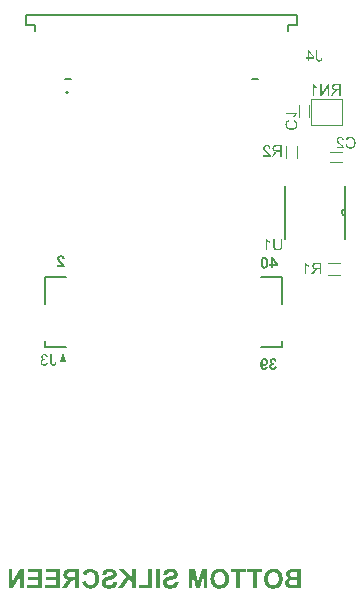
<source format=gbo>
G04*
G04 #@! TF.GenerationSoftware,Altium Limited,Altium Designer,22.5.1 (42)*
G04*
G04 Layer_Color=32896*
%FSLAX25Y25*%
%MOIN*%
G70*
G04*
G04 #@! TF.SameCoordinates,A2539C74-7FEE-43BD-A04A-5197B4AA8E51*
G04*
G04*
G04 #@! TF.FilePolarity,Positive*
G04*
G01*
G75*
%ADD10C,0.00787*%
%ADD11C,0.00500*%
%ADD23C,0.00600*%
%ADD52C,0.00394*%
%ADD53C,0.00472*%
G36*
X25555Y-13250D02*
X26555Y-16750D01*
X24555D01*
X25555Y-13250D01*
D02*
G37*
G36*
X97045Y15883D02*
Y15244D01*
X95469D01*
Y14473D01*
X94759D01*
Y15244D01*
X94281D01*
Y15888D01*
X94759D01*
Y18330D01*
X95380D01*
X97045Y15883D01*
D02*
G37*
G36*
X92788Y18330D02*
X92883Y18319D01*
X92977Y18297D01*
X93060Y18275D01*
X93138Y18241D01*
X93210Y18208D01*
X93271Y18175D01*
X93332Y18136D01*
X93382Y18097D01*
X93432Y18064D01*
X93471Y18031D01*
X93499Y17997D01*
X93527Y17975D01*
X93543Y17953D01*
X93554Y17942D01*
X93560Y17936D01*
X93626Y17842D01*
X93682Y17731D01*
X93732Y17614D01*
X93776Y17492D01*
X93810Y17365D01*
X93843Y17231D01*
X93865Y17104D01*
X93887Y16976D01*
X93898Y16854D01*
X93910Y16743D01*
X93921Y16637D01*
X93926Y16549D01*
X93932Y16477D01*
Y16421D01*
Y16399D01*
Y16382D01*
Y16377D01*
Y16371D01*
X93926Y16171D01*
X93915Y15988D01*
X93898Y15816D01*
X93876Y15661D01*
X93854Y15522D01*
X93826Y15394D01*
X93793Y15283D01*
X93760Y15183D01*
X93732Y15100D01*
X93699Y15022D01*
X93671Y14961D01*
X93643Y14911D01*
X93626Y14878D01*
X93610Y14850D01*
X93599Y14834D01*
X93593Y14828D01*
X93527Y14750D01*
X93454Y14689D01*
X93382Y14628D01*
X93305Y14584D01*
X93232Y14539D01*
X93155Y14506D01*
X93083Y14479D01*
X93010Y14456D01*
X92944Y14434D01*
X92883Y14423D01*
X92827Y14412D01*
X92783Y14406D01*
X92744D01*
X92711Y14401D01*
X92689D01*
X92589Y14406D01*
X92494Y14417D01*
X92400Y14440D01*
X92317Y14462D01*
X92239Y14490D01*
X92167Y14523D01*
X92106Y14562D01*
X92045Y14601D01*
X91995Y14634D01*
X91945Y14673D01*
X91906Y14706D01*
X91873Y14734D01*
X91851Y14756D01*
X91834Y14778D01*
X91823Y14789D01*
X91817Y14795D01*
X91751Y14889D01*
X91695Y15000D01*
X91640Y15117D01*
X91601Y15244D01*
X91562Y15372D01*
X91534Y15500D01*
X91506Y15633D01*
X91484Y15761D01*
X91473Y15883D01*
X91462Y15994D01*
X91451Y16099D01*
X91445Y16188D01*
X91440Y16260D01*
Y16316D01*
Y16338D01*
Y16354D01*
Y16360D01*
Y16365D01*
X91445Y16565D01*
X91456Y16748D01*
X91473Y16915D01*
X91501Y17070D01*
X91529Y17215D01*
X91556Y17342D01*
X91595Y17459D01*
X91628Y17559D01*
X91662Y17653D01*
X91695Y17725D01*
X91728Y17792D01*
X91756Y17847D01*
X91784Y17886D01*
X91800Y17914D01*
X91812Y17931D01*
X91817Y17936D01*
X91878Y18008D01*
X91945Y18069D01*
X92017Y18119D01*
X92089Y18169D01*
X92161Y18208D01*
X92233Y18236D01*
X92300Y18264D01*
X92372Y18286D01*
X92439Y18302D01*
X92494Y18314D01*
X92550Y18325D01*
X92594Y18330D01*
X92633Y18336D01*
X92689D01*
X92788Y18330D01*
D02*
G37*
G36*
X95681Y-15443D02*
X95786Y-15454D01*
X95886Y-15476D01*
X95969Y-15498D01*
X96036Y-15521D01*
X96092Y-15543D01*
X96125Y-15554D01*
X96130Y-15560D01*
X96136D01*
X96225Y-15609D01*
X96308Y-15665D01*
X96375Y-15720D01*
X96430Y-15770D01*
X96474Y-15820D01*
X96508Y-15859D01*
X96530Y-15881D01*
X96536Y-15892D01*
X96586Y-15976D01*
X96630Y-16064D01*
X96663Y-16159D01*
X96697Y-16248D01*
X96719Y-16331D01*
X96735Y-16392D01*
X96741Y-16420D01*
Y-16436D01*
X96746Y-16447D01*
Y-16453D01*
X96069Y-16564D01*
X96053Y-16475D01*
X96030Y-16398D01*
X96008Y-16331D01*
X95981Y-16281D01*
X95953Y-16237D01*
X95931Y-16203D01*
X95914Y-16187D01*
X95908Y-16181D01*
X95859Y-16137D01*
X95803Y-16103D01*
X95748Y-16081D01*
X95697Y-16064D01*
X95653Y-16053D01*
X95620Y-16048D01*
X95587D01*
X95520Y-16053D01*
X95453Y-16064D01*
X95403Y-16087D01*
X95359Y-16103D01*
X95320Y-16126D01*
X95298Y-16148D01*
X95281Y-16159D01*
X95276Y-16164D01*
X95237Y-16209D01*
X95209Y-16264D01*
X95187Y-16314D01*
X95176Y-16364D01*
X95165Y-16409D01*
X95159Y-16442D01*
Y-16464D01*
Y-16475D01*
X95165Y-16558D01*
X95181Y-16631D01*
X95209Y-16692D01*
X95237Y-16742D01*
X95270Y-16786D01*
X95292Y-16814D01*
X95315Y-16836D01*
X95320Y-16841D01*
X95387Y-16886D01*
X95459Y-16919D01*
X95537Y-16941D01*
X95609Y-16958D01*
X95675Y-16964D01*
X95731Y-16969D01*
X95781D01*
X95859Y-17563D01*
X95786Y-17546D01*
X95725Y-17530D01*
X95664Y-17519D01*
X95614Y-17513D01*
X95575Y-17507D01*
X95520D01*
X95442Y-17513D01*
X95376Y-17535D01*
X95315Y-17558D01*
X95259Y-17591D01*
X95220Y-17618D01*
X95187Y-17646D01*
X95165Y-17669D01*
X95159Y-17674D01*
X95109Y-17741D01*
X95070Y-17813D01*
X95043Y-17885D01*
X95020Y-17957D01*
X95009Y-18024D01*
X95004Y-18074D01*
Y-18107D01*
Y-18113D01*
Y-18118D01*
X95009Y-18224D01*
X95026Y-18318D01*
X95054Y-18401D01*
X95082Y-18468D01*
X95115Y-18518D01*
X95137Y-18556D01*
X95159Y-18584D01*
X95165Y-18590D01*
X95226Y-18645D01*
X95292Y-18690D01*
X95353Y-18717D01*
X95415Y-18740D01*
X95470Y-18751D01*
X95509Y-18756D01*
X95537Y-18762D01*
X95548D01*
X95625Y-18756D01*
X95692Y-18740D01*
X95753Y-18717D01*
X95809Y-18690D01*
X95847Y-18667D01*
X95881Y-18645D01*
X95903Y-18629D01*
X95908Y-18623D01*
X95958Y-18562D01*
X96003Y-18495D01*
X96030Y-18423D01*
X96058Y-18357D01*
X96075Y-18296D01*
X96086Y-18246D01*
X96092Y-18212D01*
Y-18207D01*
Y-18201D01*
X96802Y-18290D01*
X96791Y-18379D01*
X96769Y-18462D01*
X96719Y-18618D01*
X96658Y-18751D01*
X96619Y-18806D01*
X96586Y-18862D01*
X96552Y-18912D01*
X96519Y-18950D01*
X96491Y-18989D01*
X96463Y-19017D01*
X96441Y-19039D01*
X96425Y-19056D01*
X96413Y-19067D01*
X96408Y-19073D01*
X96341Y-19123D01*
X96269Y-19173D01*
X96203Y-19211D01*
X96125Y-19245D01*
X95981Y-19300D01*
X95847Y-19333D01*
X95781Y-19345D01*
X95725Y-19356D01*
X95675Y-19361D01*
X95631Y-19367D01*
X95592Y-19372D01*
X95542D01*
X95442Y-19367D01*
X95342Y-19356D01*
X95253Y-19339D01*
X95165Y-19317D01*
X95087Y-19289D01*
X95009Y-19261D01*
X94937Y-19228D01*
X94876Y-19195D01*
X94821Y-19161D01*
X94765Y-19128D01*
X94726Y-19100D01*
X94687Y-19073D01*
X94660Y-19050D01*
X94638Y-19034D01*
X94626Y-19023D01*
X94621Y-19017D01*
X94554Y-18950D01*
X94499Y-18878D01*
X94449Y-18806D01*
X94404Y-18734D01*
X94371Y-18656D01*
X94338Y-18584D01*
X94293Y-18451D01*
X94282Y-18390D01*
X94271Y-18329D01*
X94260Y-18279D01*
X94254Y-18235D01*
X94249Y-18201D01*
Y-18173D01*
Y-18157D01*
Y-18151D01*
X94260Y-18024D01*
X94282Y-17913D01*
X94310Y-17807D01*
X94349Y-17724D01*
X94388Y-17652D01*
X94415Y-17602D01*
X94438Y-17569D01*
X94449Y-17558D01*
X94526Y-17474D01*
X94615Y-17402D01*
X94704Y-17347D01*
X94787Y-17302D01*
X94859Y-17269D01*
X94920Y-17252D01*
X94943Y-17241D01*
X94959D01*
X94971Y-17236D01*
X94976D01*
X94876Y-17175D01*
X94793Y-17113D01*
X94721Y-17047D01*
X94654Y-16980D01*
X94599Y-16914D01*
X94554Y-16847D01*
X94521Y-16781D01*
X94488Y-16719D01*
X94465Y-16658D01*
X94449Y-16603D01*
X94438Y-16553D01*
X94432Y-16509D01*
X94427Y-16475D01*
X94421Y-16447D01*
Y-16431D01*
Y-16425D01*
X94427Y-16359D01*
X94432Y-16298D01*
X94465Y-16175D01*
X94504Y-16064D01*
X94554Y-15970D01*
X94604Y-15892D01*
X94649Y-15837D01*
X94665Y-15815D01*
X94682Y-15798D01*
X94687Y-15793D01*
X94693Y-15787D01*
X94754Y-15726D01*
X94826Y-15671D01*
X94893Y-15626D01*
X94965Y-15587D01*
X95043Y-15548D01*
X95115Y-15521D01*
X95253Y-15482D01*
X95315Y-15465D01*
X95376Y-15454D01*
X95426Y-15449D01*
X95476Y-15443D01*
X95514Y-15437D01*
X95564D01*
X95681Y-15443D01*
D02*
G37*
G36*
X92717D02*
X92806Y-15454D01*
X92895Y-15471D01*
X92978Y-15493D01*
X93056Y-15521D01*
X93128Y-15554D01*
X93200Y-15582D01*
X93256Y-15615D01*
X93311Y-15654D01*
X93361Y-15682D01*
X93400Y-15715D01*
X93439Y-15743D01*
X93466Y-15765D01*
X93483Y-15781D01*
X93494Y-15793D01*
X93500Y-15798D01*
X93561Y-15870D01*
X93611Y-15942D01*
X93661Y-16020D01*
X93700Y-16098D01*
X93733Y-16175D01*
X93761Y-16259D01*
X93799Y-16409D01*
X93816Y-16475D01*
X93827Y-16542D01*
X93833Y-16597D01*
X93838Y-16647D01*
X93844Y-16692D01*
Y-16719D01*
Y-16742D01*
Y-16747D01*
X93838Y-16847D01*
X93827Y-16947D01*
X93816Y-17041D01*
X93794Y-17125D01*
X93766Y-17208D01*
X93738Y-17280D01*
X93711Y-17352D01*
X93677Y-17413D01*
X93650Y-17469D01*
X93622Y-17519D01*
X93594Y-17558D01*
X93566Y-17596D01*
X93544Y-17618D01*
X93533Y-17641D01*
X93522Y-17652D01*
X93516Y-17657D01*
X93455Y-17718D01*
X93389Y-17774D01*
X93322Y-17818D01*
X93256Y-17857D01*
X93189Y-17890D01*
X93128Y-17924D01*
X93006Y-17963D01*
X92900Y-17990D01*
X92856Y-17996D01*
X92817Y-18001D01*
X92784Y-18007D01*
X92739D01*
X92662Y-18001D01*
X92589Y-17990D01*
X92523Y-17979D01*
X92456Y-17957D01*
X92334Y-17907D01*
X92234Y-17846D01*
X92157Y-17785D01*
X92123Y-17757D01*
X92096Y-17735D01*
X92073Y-17713D01*
X92057Y-17696D01*
X92051Y-17691D01*
X92046Y-17685D01*
X92057Y-17802D01*
X92068Y-17913D01*
X92079Y-18013D01*
X92096Y-18101D01*
X92112Y-18179D01*
X92129Y-18251D01*
X92146Y-18312D01*
X92162Y-18368D01*
X92184Y-18418D01*
X92195Y-18457D01*
X92212Y-18490D01*
X92223Y-18512D01*
X92234Y-18534D01*
X92245Y-18545D01*
X92251Y-18556D01*
X92312Y-18623D01*
X92379Y-18673D01*
X92440Y-18712D01*
X92501Y-18734D01*
X92556Y-18751D01*
X92595Y-18756D01*
X92623Y-18762D01*
X92634D01*
X92695Y-18756D01*
X92756Y-18745D01*
X92800Y-18729D01*
X92845Y-18712D01*
X92878Y-18695D01*
X92900Y-18679D01*
X92917Y-18667D01*
X92923Y-18662D01*
X92961Y-18618D01*
X92989Y-18568D01*
X93011Y-18512D01*
X93028Y-18457D01*
X93045Y-18412D01*
X93050Y-18373D01*
X93056Y-18346D01*
Y-18335D01*
X93766Y-18418D01*
X93749Y-18507D01*
X93727Y-18584D01*
X93705Y-18662D01*
X93677Y-18729D01*
X93650Y-18795D01*
X93622Y-18856D01*
X93589Y-18906D01*
X93561Y-18956D01*
X93528Y-18995D01*
X93505Y-19034D01*
X93477Y-19061D01*
X93455Y-19089D01*
X93439Y-19106D01*
X93422Y-19123D01*
X93417Y-19128D01*
X93411Y-19134D01*
X93355Y-19178D01*
X93300Y-19211D01*
X93178Y-19272D01*
X93061Y-19311D01*
X92945Y-19345D01*
X92839Y-19361D01*
X92795Y-19367D01*
X92756D01*
X92728Y-19372D01*
X92684D01*
X92567Y-19367D01*
X92462Y-19350D01*
X92362Y-19328D01*
X92262Y-19300D01*
X92173Y-19261D01*
X92090Y-19222D01*
X92012Y-19184D01*
X91946Y-19139D01*
X91885Y-19095D01*
X91829Y-19056D01*
X91785Y-19012D01*
X91746Y-18978D01*
X91713Y-18950D01*
X91690Y-18928D01*
X91679Y-18912D01*
X91674Y-18906D01*
X91602Y-18812D01*
X91546Y-18706D01*
X91491Y-18590D01*
X91446Y-18473D01*
X91407Y-18346D01*
X91374Y-18218D01*
X91352Y-18096D01*
X91330Y-17968D01*
X91313Y-17852D01*
X91302Y-17746D01*
X91291Y-17646D01*
X91285Y-17558D01*
X91280Y-17485D01*
Y-17430D01*
Y-17413D01*
Y-17397D01*
Y-17391D01*
Y-17385D01*
X91285Y-17197D01*
X91296Y-17025D01*
X91313Y-16864D01*
X91341Y-16714D01*
X91369Y-16581D01*
X91396Y-16459D01*
X91435Y-16348D01*
X91468Y-16248D01*
X91502Y-16164D01*
X91535Y-16092D01*
X91568Y-16031D01*
X91596Y-15981D01*
X91624Y-15942D01*
X91641Y-15915D01*
X91652Y-15898D01*
X91657Y-15892D01*
X91729Y-15815D01*
X91807Y-15743D01*
X91885Y-15682D01*
X91962Y-15632D01*
X92046Y-15587D01*
X92123Y-15548D01*
X92201Y-15521D01*
X92279Y-15493D01*
X92345Y-15476D01*
X92412Y-15460D01*
X92467Y-15449D01*
X92517Y-15443D01*
X92562D01*
X92589Y-15437D01*
X92617D01*
X92717Y-15443D01*
D02*
G37*
G36*
X24912Y18826D02*
X25001Y18820D01*
X25173Y18792D01*
X25317Y18748D01*
X25383Y18726D01*
X25445Y18698D01*
X25500Y18676D01*
X25545Y18648D01*
X25589Y18626D01*
X25622Y18609D01*
X25650Y18587D01*
X25667Y18576D01*
X25678Y18570D01*
X25683Y18565D01*
X25744Y18509D01*
X25800Y18454D01*
X25850Y18387D01*
X25894Y18315D01*
X25961Y18171D01*
X26016Y18032D01*
X26033Y17960D01*
X26050Y17899D01*
X26066Y17843D01*
X26072Y17794D01*
X26083Y17749D01*
Y17721D01*
X26088Y17699D01*
Y17694D01*
X25356Y17621D01*
X25345Y17732D01*
X25322Y17827D01*
X25300Y17910D01*
X25273Y17971D01*
X25250Y18021D01*
X25228Y18054D01*
X25211Y18077D01*
X25206Y18082D01*
X25150Y18126D01*
X25089Y18160D01*
X25028Y18188D01*
X24967Y18204D01*
X24917Y18215D01*
X24873Y18221D01*
X24834D01*
X24751Y18215D01*
X24679Y18199D01*
X24618Y18176D01*
X24562Y18154D01*
X24523Y18132D01*
X24490Y18110D01*
X24473Y18093D01*
X24468Y18088D01*
X24423Y18032D01*
X24390Y17971D01*
X24368Y17910D01*
X24351Y17849D01*
X24340Y17794D01*
X24335Y17743D01*
Y17716D01*
Y17710D01*
Y17705D01*
X24340Y17621D01*
X24357Y17544D01*
X24385Y17466D01*
X24412Y17399D01*
X24440Y17338D01*
X24468Y17294D01*
X24484Y17266D01*
X24490Y17255D01*
X24512Y17222D01*
X24545Y17183D01*
X24590Y17133D01*
X24634Y17089D01*
X24734Y16983D01*
X24834Y16878D01*
X24934Y16778D01*
X24978Y16733D01*
X25023Y16700D01*
X25056Y16667D01*
X25078Y16645D01*
X25095Y16628D01*
X25100Y16622D01*
X25211Y16517D01*
X25311Y16417D01*
X25406Y16323D01*
X25489Y16239D01*
X25567Y16156D01*
X25633Y16079D01*
X25694Y16012D01*
X25744Y15945D01*
X25789Y15890D01*
X25828Y15840D01*
X25861Y15801D01*
X25883Y15762D01*
X25905Y15740D01*
X25916Y15718D01*
X25927Y15707D01*
Y15701D01*
X26000Y15573D01*
X26055Y15440D01*
X26100Y15318D01*
X26133Y15207D01*
X26155Y15107D01*
X26160Y15068D01*
X26166Y15035D01*
X26172Y15007D01*
X26177Y14985D01*
Y14974D01*
Y14968D01*
X23596D01*
Y15651D01*
X25062D01*
X25017Y15723D01*
X24967Y15784D01*
X24945Y15812D01*
X24928Y15834D01*
X24917Y15845D01*
X24912Y15851D01*
X24890Y15873D01*
X24867Y15901D01*
X24801Y15962D01*
X24729Y16034D01*
X24656Y16106D01*
X24584Y16173D01*
X24523Y16228D01*
X24501Y16251D01*
X24484Y16267D01*
X24473Y16273D01*
X24468Y16278D01*
X24346Y16395D01*
X24246Y16489D01*
X24162Y16578D01*
X24096Y16645D01*
X24046Y16700D01*
X24013Y16739D01*
X23990Y16767D01*
X23985Y16772D01*
X23913Y16867D01*
X23852Y16955D01*
X23802Y17039D01*
X23763Y17111D01*
X23730Y17172D01*
X23707Y17222D01*
X23696Y17249D01*
X23691Y17261D01*
X23658Y17349D01*
X23635Y17438D01*
X23619Y17522D01*
X23607Y17599D01*
X23602Y17660D01*
X23596Y17710D01*
Y17743D01*
Y17755D01*
X23602Y17838D01*
X23613Y17921D01*
X23624Y17999D01*
X23646Y18071D01*
X23702Y18199D01*
X23757Y18310D01*
X23791Y18360D01*
X23818Y18398D01*
X23846Y18437D01*
X23874Y18465D01*
X23896Y18487D01*
X23907Y18509D01*
X23918Y18515D01*
X23924Y18520D01*
X23985Y18576D01*
X24057Y18626D01*
X24124Y18665D01*
X24201Y18698D01*
X24346Y18754D01*
X24490Y18792D01*
X24556Y18804D01*
X24618Y18815D01*
X24673Y18820D01*
X24723Y18826D01*
X24762Y18831D01*
X24817D01*
X24912Y18826D01*
D02*
G37*
G36*
X49787Y-92141D02*
X48492D01*
Y-90207D01*
X47446Y-89134D01*
X45680Y-92141D01*
X44005D01*
X46549Y-88237D01*
X44126Y-85739D01*
X45865D01*
X48492Y-88589D01*
Y-85739D01*
X49787D01*
Y-92141D01*
D02*
G37*
G36*
X12518Y-92141D02*
X11325D01*
Y-87923D01*
X8726Y-92141D01*
X7431D01*
Y-85739D01*
X8624D01*
Y-90050D01*
X11270Y-85739D01*
X12518D01*
Y-92141D01*
D02*
G37*
G36*
X73670Y-92141D02*
X72477D01*
Y-87108D01*
X71219Y-92141D01*
X69970D01*
X68712Y-87108D01*
X68703Y-92141D01*
X67510D01*
Y-85739D01*
X69452D01*
X70590Y-90115D01*
X71737Y-85739D01*
X73670D01*
Y-92141D01*
D02*
G37*
G36*
X34848Y-85628D02*
X35088Y-85656D01*
X35301Y-85703D01*
X35514Y-85758D01*
X35699Y-85823D01*
X35884Y-85897D01*
X36041Y-85980D01*
X36189Y-86063D01*
X36328Y-86146D01*
X36439Y-86230D01*
X36541Y-86304D01*
X36624Y-86369D01*
X36689Y-86424D01*
X36735Y-86470D01*
X36763Y-86498D01*
X36772Y-86507D01*
X36920Y-86683D01*
X37040Y-86868D01*
X37151Y-87062D01*
X37244Y-87266D01*
X37327Y-87479D01*
X37392Y-87682D01*
X37447Y-87885D01*
X37493Y-88080D01*
X37530Y-88274D01*
X37549Y-88441D01*
X37567Y-88598D01*
X37586Y-88727D01*
Y-88838D01*
X37595Y-88921D01*
Y-88977D01*
Y-88986D01*
Y-88995D01*
X37586Y-89273D01*
X37558Y-89532D01*
X37521Y-89782D01*
X37466Y-90004D01*
X37410Y-90216D01*
X37336Y-90420D01*
X37262Y-90596D01*
X37188Y-90753D01*
X37114Y-90901D01*
X37040Y-91031D01*
X36966Y-91132D01*
X36911Y-91225D01*
X36855Y-91290D01*
X36818Y-91345D01*
X36790Y-91373D01*
X36781Y-91382D01*
X36624Y-91539D01*
X36457Y-91669D01*
X36282Y-91789D01*
X36106Y-91882D01*
X35930Y-91965D01*
X35754Y-92039D01*
X35588Y-92094D01*
X35431Y-92141D01*
X35273Y-92177D01*
X35135Y-92205D01*
X35005Y-92224D01*
X34903Y-92233D01*
X34811Y-92242D01*
X34746Y-92251D01*
X34691D01*
X34496Y-92242D01*
X34321Y-92233D01*
X34145Y-92205D01*
X33988Y-92168D01*
X33840Y-92131D01*
X33701Y-92094D01*
X33571Y-92048D01*
X33451Y-91992D01*
X33349Y-91946D01*
X33257Y-91900D01*
X33174Y-91863D01*
X33109Y-91826D01*
X33053Y-91789D01*
X33016Y-91761D01*
X32998Y-91752D01*
X32989Y-91743D01*
X32868Y-91641D01*
X32757Y-91530D01*
X32554Y-91280D01*
X32387Y-91021D01*
X32258Y-90772D01*
X32202Y-90651D01*
X32156Y-90540D01*
X32119Y-90438D01*
X32082Y-90355D01*
X32054Y-90281D01*
X32036Y-90226D01*
X32027Y-90189D01*
Y-90180D01*
X33285Y-89791D01*
X33359Y-90041D01*
X33442Y-90254D01*
X33525Y-90429D01*
X33618Y-90577D01*
X33692Y-90688D01*
X33756Y-90762D01*
X33803Y-90808D01*
X33821Y-90827D01*
X33969Y-90938D01*
X34117Y-91012D01*
X34265Y-91067D01*
X34395Y-91114D01*
X34515Y-91132D01*
X34617Y-91141D01*
X34654Y-91151D01*
X34700D01*
X34829Y-91141D01*
X34950Y-91132D01*
X35172Y-91067D01*
X35366Y-90993D01*
X35523Y-90892D01*
X35653Y-90799D01*
X35745Y-90725D01*
X35782Y-90688D01*
X35810Y-90661D01*
X35819Y-90651D01*
X35828Y-90642D01*
X35902Y-90540D01*
X35967Y-90420D01*
X36032Y-90290D01*
X36078Y-90152D01*
X36152Y-89865D01*
X36208Y-89578D01*
X36226Y-89439D01*
X36235Y-89319D01*
X36254Y-89199D01*
Y-89097D01*
X36263Y-89023D01*
Y-88959D01*
Y-88912D01*
Y-88903D01*
X36254Y-88690D01*
X36245Y-88496D01*
X36226Y-88320D01*
X36198Y-88154D01*
X36161Y-88006D01*
X36124Y-87867D01*
X36087Y-87747D01*
X36041Y-87636D01*
X36004Y-87543D01*
X35967Y-87460D01*
X35930Y-87395D01*
X35893Y-87340D01*
X35865Y-87293D01*
X35847Y-87266D01*
X35828Y-87247D01*
Y-87238D01*
X35745Y-87146D01*
X35653Y-87062D01*
X35560Y-86997D01*
X35458Y-86942D01*
X35264Y-86849D01*
X35079Y-86785D01*
X34922Y-86748D01*
X34848Y-86739D01*
X34792Y-86729D01*
X34737Y-86720D01*
X34672D01*
X34487Y-86729D01*
X34321Y-86766D01*
X34173Y-86813D01*
X34043Y-86868D01*
X33941Y-86923D01*
X33867Y-86970D01*
X33821Y-87007D01*
X33803Y-87016D01*
X33682Y-87127D01*
X33571Y-87256D01*
X33488Y-87386D01*
X33423Y-87515D01*
X33377Y-87626D01*
X33349Y-87710D01*
X33331Y-87747D01*
Y-87774D01*
X33322Y-87784D01*
Y-87793D01*
X32045Y-87488D01*
X32138Y-87220D01*
X32239Y-86988D01*
X32350Y-86785D01*
X32452Y-86618D01*
X32554Y-86489D01*
X32591Y-86433D01*
X32628Y-86387D01*
X32656Y-86359D01*
X32683Y-86331D01*
X32693Y-86313D01*
X32702D01*
X32841Y-86193D01*
X32998Y-86082D01*
X33146Y-85989D01*
X33303Y-85915D01*
X33470Y-85841D01*
X33627Y-85786D01*
X33784Y-85739D01*
X33932Y-85703D01*
X34071Y-85675D01*
X34200Y-85656D01*
X34311Y-85638D01*
X34413Y-85628D01*
X34496Y-85619D01*
X34607D01*
X34848Y-85628D01*
D02*
G37*
G36*
X104954Y-92141D02*
X102179D01*
X102021Y-92131D01*
X101744D01*
X101633Y-92122D01*
X101457D01*
X101392Y-92113D01*
X101300D01*
X101263Y-92103D01*
X101226D01*
X101041Y-92076D01*
X100874Y-92030D01*
X100726Y-91983D01*
X100597Y-91928D01*
X100495Y-91882D01*
X100421Y-91835D01*
X100375Y-91808D01*
X100356Y-91798D01*
X100227Y-91697D01*
X100125Y-91585D01*
X100023Y-91484D01*
X99949Y-91373D01*
X99885Y-91280D01*
X99838Y-91206D01*
X99811Y-91160D01*
X99801Y-91141D01*
X99737Y-90984D01*
X99681Y-90836D01*
X99644Y-90688D01*
X99626Y-90559D01*
X99607Y-90448D01*
X99598Y-90364D01*
Y-90309D01*
Y-90300D01*
Y-90290D01*
X99607Y-90087D01*
X99644Y-89902D01*
X99700Y-89745D01*
X99755Y-89597D01*
X99811Y-89486D01*
X99866Y-89403D01*
X99903Y-89347D01*
X99912Y-89328D01*
X100042Y-89180D01*
X100181Y-89060D01*
X100338Y-88959D01*
X100477Y-88885D01*
X100606Y-88820D01*
X100717Y-88774D01*
X100754Y-88764D01*
X100782Y-88755D01*
X100800Y-88746D01*
X100810D01*
X100662Y-88662D01*
X100532Y-88579D01*
X100421Y-88477D01*
X100329Y-88394D01*
X100264Y-88311D01*
X100208Y-88246D01*
X100171Y-88200D01*
X100162Y-88182D01*
X100079Y-88033D01*
X100014Y-87895D01*
X99977Y-87756D01*
X99940Y-87626D01*
X99922Y-87515D01*
X99912Y-87432D01*
Y-87377D01*
Y-87367D01*
Y-87358D01*
X99922Y-87210D01*
X99940Y-87062D01*
X99977Y-86942D01*
X100014Y-86831D01*
X100051Y-86739D01*
X100088Y-86664D01*
X100107Y-86628D01*
X100116Y-86609D01*
X100190Y-86489D01*
X100273Y-86387D01*
X100356Y-86295D01*
X100430Y-86211D01*
X100504Y-86156D01*
X100560Y-86110D01*
X100597Y-86082D01*
X100606Y-86072D01*
X100717Y-85998D01*
X100837Y-85943D01*
X100948Y-85897D01*
X101050Y-85860D01*
X101143Y-85832D01*
X101207Y-85813D01*
X101254Y-85804D01*
X101272D01*
X101429Y-85786D01*
X101605Y-85767D01*
X101790Y-85758D01*
X101975Y-85749D01*
X102142Y-85739D01*
X104954D01*
Y-92141D01*
D02*
G37*
G36*
X91994Y-86822D02*
X90098D01*
Y-92141D01*
X88803D01*
Y-86822D01*
X86916D01*
Y-85739D01*
X91994D01*
Y-86822D01*
D02*
G37*
G36*
X86528D02*
X84631D01*
Y-92141D01*
X83336D01*
Y-86822D01*
X81449D01*
Y-85739D01*
X86528D01*
Y-86822D01*
D02*
G37*
G36*
X57788Y-92141D02*
X56493D01*
Y-85739D01*
X57788D01*
Y-92141D01*
D02*
G37*
G36*
X55226D02*
X50712D01*
Y-91058D01*
X53931D01*
Y-85786D01*
X55226D01*
Y-92141D01*
D02*
G37*
G36*
X30907D02*
X29612D01*
Y-89467D01*
X29196D01*
X29067Y-89477D01*
X28956Y-89486D01*
X28863Y-89504D01*
X28789Y-89513D01*
X28743Y-89532D01*
X28715Y-89541D01*
X28706D01*
X28632Y-89578D01*
X28558Y-89615D01*
X28493Y-89662D01*
X28428Y-89698D01*
X28382Y-89745D01*
X28345Y-89782D01*
X28327Y-89800D01*
X28317Y-89810D01*
X28280Y-89856D01*
X28234Y-89902D01*
X28132Y-90041D01*
X28021Y-90189D01*
X27901Y-90355D01*
X27799Y-90503D01*
X27753Y-90577D01*
X27716Y-90633D01*
X27679Y-90679D01*
X27651Y-90716D01*
X27642Y-90744D01*
X27633Y-90753D01*
X26708Y-92141D01*
X25154D01*
X25940Y-90892D01*
X26023Y-90762D01*
X26107Y-90633D01*
X26181Y-90522D01*
X26255Y-90420D01*
X26319Y-90328D01*
X26375Y-90235D01*
X26486Y-90096D01*
X26569Y-89985D01*
X26625Y-89911D01*
X26671Y-89865D01*
X26680Y-89856D01*
X26782Y-89745D01*
X26902Y-89643D01*
X27013Y-89560D01*
X27124Y-89477D01*
X27217Y-89412D01*
X27291Y-89366D01*
X27346Y-89328D01*
X27355Y-89319D01*
X27365D01*
X27207Y-89292D01*
X27069Y-89254D01*
X26939Y-89218D01*
X26810Y-89171D01*
X26699Y-89125D01*
X26597Y-89079D01*
X26495Y-89033D01*
X26412Y-88977D01*
X26338Y-88931D01*
X26273Y-88885D01*
X26218Y-88838D01*
X26181Y-88801D01*
X26144Y-88774D01*
X26116Y-88746D01*
X26107Y-88736D01*
X26097Y-88727D01*
X26023Y-88635D01*
X25959Y-88542D01*
X25848Y-88339D01*
X25774Y-88144D01*
X25727Y-87950D01*
X25690Y-87784D01*
X25681Y-87719D01*
Y-87654D01*
X25672Y-87608D01*
Y-87562D01*
Y-87543D01*
Y-87534D01*
X25681Y-87331D01*
X25718Y-87136D01*
X25764Y-86970D01*
X25811Y-86822D01*
X25866Y-86702D01*
X25912Y-86609D01*
X25931Y-86581D01*
X25949Y-86554D01*
X25959Y-86544D01*
Y-86535D01*
X26070Y-86378D01*
X26190Y-86248D01*
X26310Y-86146D01*
X26430Y-86054D01*
X26541Y-85998D01*
X26625Y-85952D01*
X26680Y-85925D01*
X26689Y-85915D01*
X26699D01*
X26791Y-85887D01*
X26893Y-85860D01*
X27124Y-85813D01*
X27374Y-85786D01*
X27614Y-85758D01*
X27735D01*
X27836Y-85749D01*
X27938D01*
X28021Y-85739D01*
X30907D01*
Y-92141D01*
D02*
G37*
G36*
X24451D02*
X19585D01*
Y-91058D01*
X23156D01*
Y-89319D01*
X19946D01*
Y-88237D01*
X23156D01*
Y-86822D01*
X19706D01*
Y-85739D01*
X24451D01*
Y-92141D01*
D02*
G37*
G36*
X18485Y-92141D02*
X13619D01*
Y-91058D01*
X17190D01*
Y-89319D01*
X13980D01*
Y-88237D01*
X17190D01*
Y-86822D01*
X13739D01*
Y-85739D01*
X18485D01*
Y-92141D01*
D02*
G37*
G36*
X95953Y-85628D02*
X96222Y-85656D01*
X96453Y-85703D01*
X96656Y-85749D01*
X96740Y-85777D01*
X96823Y-85795D01*
X96888Y-85813D01*
X96943Y-85841D01*
X96989Y-85851D01*
X97026Y-85869D01*
X97045Y-85878D01*
X97054D01*
X97221Y-85952D01*
X97378Y-86045D01*
X97517Y-86146D01*
X97637Y-86239D01*
X97739Y-86322D01*
X97822Y-86396D01*
X97868Y-86443D01*
X97877Y-86452D01*
X97887Y-86461D01*
X98016Y-86609D01*
X98136Y-86766D01*
X98238Y-86905D01*
X98321Y-87044D01*
X98386Y-87164D01*
X98442Y-87256D01*
X98451Y-87293D01*
X98469Y-87321D01*
X98479Y-87331D01*
Y-87340D01*
X98571Y-87599D01*
X98645Y-87876D01*
X98691Y-88154D01*
X98728Y-88413D01*
X98738Y-88533D01*
X98747Y-88644D01*
X98756Y-88736D01*
Y-88820D01*
X98765Y-88894D01*
Y-88940D01*
Y-88977D01*
Y-88986D01*
X98756Y-89264D01*
X98728Y-89532D01*
X98691Y-89782D01*
X98636Y-90013D01*
X98571Y-90226D01*
X98497Y-90420D01*
X98423Y-90605D01*
X98340Y-90762D01*
X98266Y-90910D01*
X98192Y-91031D01*
X98118Y-91141D01*
X98053Y-91234D01*
X97998Y-91299D01*
X97961Y-91354D01*
X97933Y-91382D01*
X97924Y-91391D01*
X97757Y-91549D01*
X97581Y-91678D01*
X97406Y-91798D01*
X97211Y-91891D01*
X97026Y-91974D01*
X96832Y-92048D01*
X96656Y-92103D01*
X96471Y-92150D01*
X96305Y-92187D01*
X96148Y-92215D01*
X96009Y-92233D01*
X95889Y-92242D01*
X95796Y-92251D01*
X95722Y-92261D01*
X95657D01*
X95398Y-92251D01*
X95158Y-92224D01*
X94927Y-92177D01*
X94714Y-92122D01*
X94510Y-92057D01*
X94325Y-91983D01*
X94159Y-91909D01*
X94002Y-91826D01*
X93872Y-91743D01*
X93752Y-91669D01*
X93650Y-91595D01*
X93567Y-91530D01*
X93493Y-91474D01*
X93447Y-91428D01*
X93419Y-91400D01*
X93410Y-91391D01*
X93262Y-91215D01*
X93132Y-91031D01*
X93012Y-90836D01*
X92919Y-90642D01*
X92836Y-90438D01*
X92762Y-90235D01*
X92707Y-90031D01*
X92660Y-89837D01*
X92633Y-89662D01*
X92605Y-89486D01*
X92586Y-89338D01*
X92568Y-89208D01*
Y-89097D01*
X92559Y-89014D01*
Y-88968D01*
Y-88949D01*
X92568Y-88662D01*
X92596Y-88394D01*
X92633Y-88144D01*
X92688Y-87904D01*
X92753Y-87691D01*
X92827Y-87488D01*
X92901Y-87303D01*
X92984Y-87146D01*
X93067Y-86997D01*
X93141Y-86868D01*
X93215Y-86757D01*
X93280Y-86664D01*
X93326Y-86600D01*
X93373Y-86544D01*
X93400Y-86516D01*
X93410Y-86507D01*
X93576Y-86350D01*
X93752Y-86211D01*
X93937Y-86091D01*
X94122Y-85989D01*
X94316Y-85906D01*
X94501Y-85832D01*
X94686Y-85777D01*
X94862Y-85730D01*
X95028Y-85693D01*
X95186Y-85666D01*
X95324Y-85647D01*
X95445Y-85628D01*
X95537D01*
X95611Y-85619D01*
X95676D01*
X95953Y-85628D01*
D02*
G37*
G36*
X78064D02*
X78332Y-85656D01*
X78563Y-85703D01*
X78767Y-85749D01*
X78850Y-85777D01*
X78933Y-85795D01*
X78998Y-85813D01*
X79054Y-85841D01*
X79100Y-85851D01*
X79137Y-85869D01*
X79155Y-85878D01*
X79165D01*
X79331Y-85952D01*
X79488Y-86045D01*
X79627Y-86146D01*
X79747Y-86239D01*
X79849Y-86322D01*
X79932Y-86396D01*
X79979Y-86443D01*
X79988Y-86452D01*
X79997Y-86461D01*
X80127Y-86609D01*
X80247Y-86766D01*
X80349Y-86905D01*
X80432Y-87044D01*
X80497Y-87164D01*
X80552Y-87256D01*
X80561Y-87293D01*
X80580Y-87321D01*
X80589Y-87331D01*
Y-87340D01*
X80682Y-87599D01*
X80756Y-87876D01*
X80802Y-88154D01*
X80839Y-88413D01*
X80848Y-88533D01*
X80857Y-88644D01*
X80867Y-88736D01*
Y-88820D01*
X80876Y-88894D01*
Y-88940D01*
Y-88977D01*
Y-88986D01*
X80867Y-89264D01*
X80839Y-89532D01*
X80802Y-89782D01*
X80746Y-90013D01*
X80682Y-90226D01*
X80608Y-90420D01*
X80534Y-90605D01*
X80450Y-90762D01*
X80376Y-90910D01*
X80302Y-91031D01*
X80228Y-91141D01*
X80164Y-91234D01*
X80108Y-91299D01*
X80071Y-91354D01*
X80043Y-91382D01*
X80034Y-91391D01*
X79868Y-91549D01*
X79692Y-91678D01*
X79516Y-91798D01*
X79322Y-91891D01*
X79137Y-91974D01*
X78943Y-92048D01*
X78767Y-92103D01*
X78582Y-92150D01*
X78415Y-92187D01*
X78258Y-92215D01*
X78119Y-92233D01*
X77999Y-92242D01*
X77907Y-92251D01*
X77833Y-92261D01*
X77768D01*
X77509Y-92251D01*
X77268Y-92224D01*
X77037Y-92177D01*
X76824Y-92122D01*
X76621Y-92057D01*
X76436Y-91983D01*
X76269Y-91909D01*
X76112Y-91826D01*
X75983Y-91743D01*
X75862Y-91669D01*
X75761Y-91595D01*
X75677Y-91530D01*
X75603Y-91474D01*
X75557Y-91428D01*
X75529Y-91400D01*
X75520Y-91391D01*
X75372Y-91215D01*
X75243Y-91031D01*
X75122Y-90836D01*
X75030Y-90642D01*
X74947Y-90438D01*
X74873Y-90235D01*
X74817Y-90031D01*
X74771Y-89837D01*
X74743Y-89662D01*
X74715Y-89486D01*
X74697Y-89338D01*
X74678Y-89208D01*
Y-89097D01*
X74669Y-89014D01*
Y-88968D01*
Y-88949D01*
X74678Y-88662D01*
X74706Y-88394D01*
X74743Y-88144D01*
X74799Y-87904D01*
X74863Y-87691D01*
X74937Y-87488D01*
X75011Y-87303D01*
X75095Y-87146D01*
X75178Y-86997D01*
X75252Y-86868D01*
X75326Y-86757D01*
X75391Y-86664D01*
X75437Y-86600D01*
X75483Y-86544D01*
X75511Y-86516D01*
X75520Y-86507D01*
X75687Y-86350D01*
X75862Y-86211D01*
X76047Y-86091D01*
X76232Y-85989D01*
X76427Y-85906D01*
X76612Y-85832D01*
X76797Y-85777D01*
X76972Y-85730D01*
X77139Y-85693D01*
X77296Y-85666D01*
X77435Y-85647D01*
X77555Y-85628D01*
X77648D01*
X77722Y-85619D01*
X77786D01*
X78064Y-85628D01*
D02*
G37*
G36*
X61747Y-85628D02*
X61987Y-85656D01*
X62200Y-85693D01*
X62385Y-85730D01*
X62468Y-85758D01*
X62542Y-85777D01*
X62598Y-85795D01*
X62653Y-85813D01*
X62690Y-85832D01*
X62718Y-85841D01*
X62737Y-85851D01*
X62746D01*
X62931Y-85943D01*
X63088Y-86045D01*
X63227Y-86156D01*
X63338Y-86257D01*
X63430Y-86350D01*
X63486Y-86424D01*
X63532Y-86480D01*
X63541Y-86489D01*
Y-86498D01*
X63634Y-86655D01*
X63699Y-86822D01*
X63745Y-86979D01*
X63773Y-87118D01*
X63791Y-87238D01*
X63810Y-87331D01*
Y-87367D01*
Y-87395D01*
Y-87405D01*
Y-87414D01*
X63800Y-87552D01*
X63782Y-87691D01*
X63754Y-87811D01*
X63717Y-87932D01*
X63625Y-88154D01*
X63514Y-88348D01*
X63467Y-88431D01*
X63412Y-88496D01*
X63366Y-88561D01*
X63319Y-88616D01*
X63282Y-88653D01*
X63255Y-88681D01*
X63236Y-88700D01*
X63227Y-88709D01*
X63144Y-88774D01*
X63042Y-88838D01*
X62940Y-88903D01*
X62820Y-88959D01*
X62589Y-89069D01*
X62348Y-89162D01*
X62228Y-89199D01*
X62126Y-89236D01*
X62024Y-89264D01*
X61941Y-89292D01*
X61876Y-89310D01*
X61821Y-89328D01*
X61784Y-89338D01*
X61775D01*
X61627Y-89375D01*
X61497Y-89412D01*
X61377Y-89439D01*
X61266Y-89467D01*
X61173Y-89495D01*
X61090Y-89513D01*
X61016Y-89541D01*
X60951Y-89560D01*
X60896Y-89569D01*
X60850Y-89587D01*
X60785Y-89606D01*
X60748Y-89625D01*
X60739D01*
X60618Y-89671D01*
X60526Y-89717D01*
X60443Y-89763D01*
X60378Y-89810D01*
X60332Y-89846D01*
X60304Y-89874D01*
X60285Y-89893D01*
X60276Y-89902D01*
X60230Y-89967D01*
X60193Y-90031D01*
X60174Y-90096D01*
X60156Y-90152D01*
X60147Y-90207D01*
X60137Y-90254D01*
Y-90281D01*
Y-90290D01*
X60147Y-90420D01*
X60184Y-90531D01*
X60239Y-90642D01*
X60295Y-90734D01*
X60359Y-90808D01*
X60406Y-90864D01*
X60443Y-90901D01*
X60461Y-90910D01*
X60591Y-90993D01*
X60739Y-91058D01*
X60896Y-91105D01*
X61044Y-91132D01*
X61183Y-91151D01*
X61294Y-91169D01*
X61395D01*
X61608Y-91160D01*
X61793Y-91123D01*
X61950Y-91077D01*
X62089Y-91021D01*
X62200Y-90966D01*
X62274Y-90920D01*
X62320Y-90882D01*
X62339Y-90873D01*
X62459Y-90744D01*
X62552Y-90605D01*
X62635Y-90448D01*
X62690Y-90290D01*
X62737Y-90152D01*
X62774Y-90041D01*
X62783Y-90004D01*
Y-89967D01*
X62792Y-89948D01*
Y-89939D01*
X64050Y-90059D01*
X64022Y-90254D01*
X63985Y-90438D01*
X63930Y-90614D01*
X63884Y-90772D01*
X63819Y-90920D01*
X63754Y-91058D01*
X63689Y-91179D01*
X63625Y-91290D01*
X63560Y-91382D01*
X63495Y-91465D01*
X63440Y-91539D01*
X63384Y-91604D01*
X63347Y-91650D01*
X63310Y-91678D01*
X63292Y-91697D01*
X63282Y-91706D01*
X63153Y-91808D01*
X63014Y-91891D01*
X62866Y-91965D01*
X62709Y-92030D01*
X62561Y-92076D01*
X62404Y-92122D01*
X62098Y-92187D01*
X61960Y-92215D01*
X61830Y-92233D01*
X61719Y-92242D01*
X61617Y-92251D01*
X61534Y-92261D01*
X61414D01*
X61118Y-92251D01*
X60850Y-92224D01*
X60609Y-92187D01*
X60507Y-92168D01*
X60406Y-92141D01*
X60322Y-92122D01*
X60248Y-92103D01*
X60184Y-92085D01*
X60128Y-92067D01*
X60082Y-92048D01*
X60054Y-92039D01*
X60036Y-92030D01*
X60026D01*
X59823Y-91928D01*
X59656Y-91817D01*
X59499Y-91706D01*
X59379Y-91585D01*
X59286Y-91484D01*
X59212Y-91391D01*
X59175Y-91336D01*
X59157Y-91326D01*
Y-91317D01*
X59055Y-91132D01*
X58972Y-90956D01*
X58916Y-90781D01*
X58879Y-90614D01*
X58861Y-90485D01*
X58852Y-90420D01*
X58842Y-90374D01*
Y-90337D01*
Y-90309D01*
Y-90290D01*
Y-90281D01*
X58852Y-90059D01*
X58879Y-89865D01*
X58926Y-89689D01*
X58972Y-89541D01*
X59018Y-89421D01*
X59064Y-89338D01*
X59092Y-89282D01*
X59101Y-89264D01*
X59203Y-89116D01*
X59323Y-88986D01*
X59444Y-88875D01*
X59555Y-88783D01*
X59656Y-88709D01*
X59740Y-88653D01*
X59795Y-88616D01*
X59804Y-88607D01*
X59814D01*
X59906Y-88561D01*
X59999Y-88515D01*
X60221Y-88431D01*
X60452Y-88357D01*
X60674Y-88283D01*
X60776Y-88256D01*
X60877Y-88228D01*
X60970Y-88200D01*
X61044Y-88182D01*
X61109Y-88163D01*
X61155Y-88154D01*
X61192Y-88144D01*
X61201D01*
X61368Y-88098D01*
X61516Y-88061D01*
X61654Y-88024D01*
X61784Y-87987D01*
X61886Y-87950D01*
X61987Y-87913D01*
X62071Y-87876D01*
X62145Y-87849D01*
X62209Y-87821D01*
X62256Y-87793D01*
X62302Y-87774D01*
X62330Y-87756D01*
X62376Y-87728D01*
X62385Y-87719D01*
X62450Y-87654D01*
X62496Y-87590D01*
X62524Y-87525D01*
X62542Y-87460D01*
X62561Y-87414D01*
X62570Y-87367D01*
Y-87340D01*
Y-87331D01*
X62561Y-87238D01*
X62542Y-87164D01*
X62505Y-87090D01*
X62468Y-87034D01*
X62431Y-86988D01*
X62394Y-86961D01*
X62376Y-86942D01*
X62367Y-86933D01*
X62237Y-86849D01*
X62098Y-86794D01*
X61950Y-86748D01*
X61812Y-86720D01*
X61691Y-86702D01*
X61590Y-86692D01*
X61497D01*
X61303Y-86702D01*
X61136Y-86729D01*
X60998Y-86766D01*
X60887Y-86803D01*
X60794Y-86840D01*
X60729Y-86877D01*
X60692Y-86905D01*
X60683Y-86914D01*
X60591Y-87007D01*
X60507Y-87118D01*
X60443Y-87229D01*
X60396Y-87349D01*
X60359Y-87451D01*
X60341Y-87534D01*
X60322Y-87599D01*
Y-87608D01*
Y-87617D01*
X59027Y-87571D01*
X59037Y-87405D01*
X59064Y-87256D01*
X59101Y-87108D01*
X59148Y-86979D01*
X59194Y-86849D01*
X59249Y-86729D01*
X59305Y-86628D01*
X59360Y-86526D01*
X59425Y-86443D01*
X59481Y-86369D01*
X59536Y-86304D01*
X59582Y-86248D01*
X59619Y-86211D01*
X59647Y-86184D01*
X59666Y-86165D01*
X59675Y-86156D01*
X59795Y-86063D01*
X59925Y-85980D01*
X60063Y-85906D01*
X60211Y-85841D01*
X60359Y-85795D01*
X60507Y-85749D01*
X60803Y-85684D01*
X60942Y-85666D01*
X61062Y-85647D01*
X61183Y-85638D01*
X61284Y-85628D01*
X61368Y-85619D01*
X61479D01*
X61747Y-85628D01*
D02*
G37*
G36*
X41369D02*
X41610Y-85656D01*
X41822Y-85693D01*
X42007Y-85730D01*
X42091Y-85758D01*
X42165Y-85777D01*
X42220Y-85795D01*
X42276Y-85813D01*
X42313Y-85832D01*
X42340Y-85841D01*
X42359Y-85851D01*
X42368D01*
X42553Y-85943D01*
X42710Y-86045D01*
X42849Y-86156D01*
X42960Y-86257D01*
X43053Y-86350D01*
X43108Y-86424D01*
X43154Y-86480D01*
X43164Y-86489D01*
Y-86498D01*
X43256Y-86655D01*
X43321Y-86822D01*
X43367Y-86979D01*
X43395Y-87118D01*
X43413Y-87238D01*
X43432Y-87331D01*
Y-87367D01*
Y-87395D01*
Y-87405D01*
Y-87414D01*
X43423Y-87552D01*
X43404Y-87691D01*
X43376Y-87811D01*
X43339Y-87932D01*
X43247Y-88154D01*
X43136Y-88348D01*
X43090Y-88431D01*
X43034Y-88496D01*
X42988Y-88561D01*
X42942Y-88616D01*
X42905Y-88653D01*
X42877Y-88681D01*
X42858Y-88700D01*
X42849Y-88709D01*
X42766Y-88774D01*
X42664Y-88838D01*
X42562Y-88903D01*
X42442Y-88959D01*
X42211Y-89069D01*
X41970Y-89162D01*
X41850Y-89199D01*
X41748Y-89236D01*
X41647Y-89264D01*
X41563Y-89292D01*
X41499Y-89310D01*
X41443Y-89328D01*
X41406Y-89338D01*
X41397D01*
X41249Y-89375D01*
X41119Y-89412D01*
X40999Y-89439D01*
X40888Y-89467D01*
X40796Y-89495D01*
X40712Y-89513D01*
X40638Y-89541D01*
X40574Y-89560D01*
X40518Y-89569D01*
X40472Y-89587D01*
X40407Y-89606D01*
X40370Y-89625D01*
X40361D01*
X40241Y-89671D01*
X40148Y-89717D01*
X40065Y-89763D01*
X40000Y-89810D01*
X39954Y-89846D01*
X39926Y-89874D01*
X39908Y-89893D01*
X39898Y-89902D01*
X39852Y-89967D01*
X39815Y-90031D01*
X39797Y-90096D01*
X39778Y-90152D01*
X39769Y-90207D01*
X39760Y-90254D01*
Y-90281D01*
Y-90290D01*
X39769Y-90420D01*
X39806Y-90531D01*
X39861Y-90642D01*
X39917Y-90734D01*
X39982Y-90808D01*
X40028Y-90864D01*
X40065Y-90901D01*
X40083Y-90910D01*
X40213Y-90993D01*
X40361Y-91058D01*
X40518Y-91105D01*
X40666Y-91132D01*
X40805Y-91151D01*
X40916Y-91169D01*
X41018D01*
X41230Y-91160D01*
X41415Y-91123D01*
X41573Y-91077D01*
X41711Y-91021D01*
X41822Y-90966D01*
X41896Y-90920D01*
X41943Y-90882D01*
X41961Y-90873D01*
X42081Y-90744D01*
X42174Y-90605D01*
X42257Y-90448D01*
X42313Y-90290D01*
X42359Y-90152D01*
X42396Y-90041D01*
X42405Y-90004D01*
Y-89967D01*
X42414Y-89948D01*
Y-89939D01*
X43672Y-90059D01*
X43645Y-90254D01*
X43608Y-90438D01*
X43552Y-90614D01*
X43506Y-90772D01*
X43441Y-90920D01*
X43376Y-91058D01*
X43312Y-91179D01*
X43247Y-91290D01*
X43182Y-91382D01*
X43117Y-91465D01*
X43062Y-91539D01*
X43006Y-91604D01*
X42969Y-91650D01*
X42932Y-91678D01*
X42914Y-91697D01*
X42905Y-91706D01*
X42775Y-91808D01*
X42636Y-91891D01*
X42488Y-91965D01*
X42331Y-92030D01*
X42183Y-92076D01*
X42026Y-92122D01*
X41721Y-92187D01*
X41582Y-92215D01*
X41452Y-92233D01*
X41341Y-92242D01*
X41240Y-92251D01*
X41156Y-92261D01*
X41036D01*
X40740Y-92251D01*
X40472Y-92224D01*
X40231Y-92187D01*
X40130Y-92168D01*
X40028Y-92141D01*
X39945Y-92122D01*
X39871Y-92103D01*
X39806Y-92085D01*
X39750Y-92067D01*
X39704Y-92048D01*
X39676Y-92039D01*
X39658Y-92030D01*
X39649D01*
X39445Y-91928D01*
X39279Y-91817D01*
X39121Y-91706D01*
X39001Y-91585D01*
X38909Y-91484D01*
X38835Y-91391D01*
X38798Y-91336D01*
X38779Y-91326D01*
Y-91317D01*
X38677Y-91132D01*
X38594Y-90956D01*
X38539Y-90781D01*
X38502Y-90614D01*
X38483Y-90485D01*
X38474Y-90420D01*
X38465Y-90374D01*
Y-90337D01*
Y-90309D01*
Y-90290D01*
Y-90281D01*
X38474Y-90059D01*
X38502Y-89865D01*
X38548Y-89689D01*
X38594Y-89541D01*
X38640Y-89421D01*
X38687Y-89338D01*
X38714Y-89282D01*
X38724Y-89264D01*
X38825Y-89116D01*
X38946Y-88986D01*
X39066Y-88875D01*
X39177Y-88783D01*
X39279Y-88709D01*
X39362Y-88653D01*
X39417Y-88616D01*
X39427Y-88607D01*
X39436D01*
X39528Y-88561D01*
X39621Y-88515D01*
X39843Y-88431D01*
X40074Y-88357D01*
X40296Y-88283D01*
X40398Y-88256D01*
X40500Y-88228D01*
X40592Y-88200D01*
X40666Y-88182D01*
X40731Y-88163D01*
X40777Y-88154D01*
X40814Y-88144D01*
X40823D01*
X40990Y-88098D01*
X41138Y-88061D01*
X41277Y-88024D01*
X41406Y-87987D01*
X41508Y-87950D01*
X41610Y-87913D01*
X41693Y-87876D01*
X41767Y-87849D01*
X41832Y-87821D01*
X41878Y-87793D01*
X41924Y-87774D01*
X41952Y-87756D01*
X41998Y-87728D01*
X42007Y-87719D01*
X42072Y-87654D01*
X42118Y-87590D01*
X42146Y-87525D01*
X42165Y-87460D01*
X42183Y-87414D01*
X42192Y-87367D01*
Y-87340D01*
Y-87331D01*
X42183Y-87238D01*
X42165Y-87164D01*
X42128Y-87090D01*
X42091Y-87034D01*
X42054Y-86988D01*
X42017Y-86961D01*
X41998Y-86942D01*
X41989Y-86933D01*
X41859Y-86849D01*
X41721Y-86794D01*
X41573Y-86748D01*
X41434Y-86720D01*
X41314Y-86702D01*
X41212Y-86692D01*
X41119D01*
X40925Y-86702D01*
X40759Y-86729D01*
X40620Y-86766D01*
X40509Y-86803D01*
X40416Y-86840D01*
X40352Y-86877D01*
X40315Y-86905D01*
X40305Y-86914D01*
X40213Y-87007D01*
X40130Y-87118D01*
X40065Y-87229D01*
X40019Y-87349D01*
X39982Y-87451D01*
X39963Y-87534D01*
X39945Y-87599D01*
Y-87608D01*
Y-87617D01*
X38650Y-87571D01*
X38659Y-87405D01*
X38687Y-87256D01*
X38724Y-87108D01*
X38770Y-86979D01*
X38816Y-86849D01*
X38872Y-86729D01*
X38927Y-86628D01*
X38983Y-86526D01*
X39047Y-86443D01*
X39103Y-86369D01*
X39158Y-86304D01*
X39205Y-86248D01*
X39242Y-86211D01*
X39269Y-86184D01*
X39288Y-86165D01*
X39297Y-86156D01*
X39417Y-86063D01*
X39547Y-85980D01*
X39686Y-85906D01*
X39834Y-85841D01*
X39982Y-85795D01*
X40130Y-85749D01*
X40426Y-85684D01*
X40564Y-85666D01*
X40685Y-85647D01*
X40805Y-85638D01*
X40907Y-85628D01*
X40990Y-85619D01*
X41101D01*
X41369Y-85628D01*
D02*
G37*
G36*
X109364Y84824D02*
Y84391D01*
X107694D01*
Y83469D01*
X107222D01*
Y84391D01*
X106700D01*
Y84824D01*
X107222D01*
Y87310D01*
X107605D01*
X109364Y84824D01*
D02*
G37*
G36*
X110352Y84663D02*
Y84546D01*
X110363Y84446D01*
X110369Y84363D01*
X110380Y84297D01*
X110391Y84246D01*
X110396Y84208D01*
X110407Y84185D01*
Y84180D01*
X110430Y84124D01*
X110457Y84080D01*
X110491Y84041D01*
X110519Y84002D01*
X110552Y83980D01*
X110574Y83958D01*
X110591Y83947D01*
X110596Y83941D01*
X110652Y83913D01*
X110707Y83891D01*
X110763Y83880D01*
X110813Y83869D01*
X110863Y83864D01*
X110896Y83858D01*
X110929D01*
X111018Y83864D01*
X111101Y83886D01*
X111168Y83908D01*
X111229Y83941D01*
X111273Y83969D01*
X111307Y83997D01*
X111329Y84013D01*
X111334Y84019D01*
X111362Y84052D01*
X111384Y84091D01*
X111418Y84180D01*
X111451Y84280D01*
X111468Y84380D01*
X111484Y84474D01*
Y84513D01*
X111490Y84546D01*
X111495Y84579D01*
Y84602D01*
Y84613D01*
Y84618D01*
X111956Y84552D01*
Y84446D01*
X111950Y84352D01*
X111934Y84258D01*
X111923Y84174D01*
X111900Y84097D01*
X111878Y84030D01*
X111856Y83964D01*
X111834Y83908D01*
X111806Y83858D01*
X111784Y83814D01*
X111762Y83775D01*
X111740Y83747D01*
X111723Y83725D01*
X111712Y83703D01*
X111706Y83697D01*
X111701Y83692D01*
X111645Y83642D01*
X111590Y83597D01*
X111529Y83558D01*
X111462Y83525D01*
X111334Y83475D01*
X111212Y83442D01*
X111096Y83420D01*
X111051Y83414D01*
X111007Y83408D01*
X110974Y83403D01*
X110924D01*
X110801Y83408D01*
X110690Y83425D01*
X110591Y83447D01*
X110502Y83475D01*
X110430Y83497D01*
X110380Y83520D01*
X110346Y83536D01*
X110335Y83542D01*
X110247Y83597D01*
X110169Y83664D01*
X110108Y83730D01*
X110052Y83791D01*
X110013Y83852D01*
X109986Y83897D01*
X109969Y83930D01*
X109964Y83936D01*
Y83941D01*
X109925Y84052D01*
X109891Y84169D01*
X109869Y84297D01*
X109858Y84419D01*
X109847Y84524D01*
Y84568D01*
X109841Y84613D01*
Y84646D01*
Y84668D01*
Y84685D01*
Y84690D01*
Y87310D01*
X110352D01*
Y84663D01*
D02*
G37*
G36*
X93547Y24300D02*
X93608Y24211D01*
X93681Y24122D01*
X93747Y24044D01*
X93814Y23978D01*
X93864Y23922D01*
X93886Y23906D01*
X93903Y23889D01*
X93908Y23883D01*
X93914Y23878D01*
X94030Y23784D01*
X94147Y23695D01*
X94258Y23617D01*
X94369Y23556D01*
X94463Y23501D01*
X94502Y23478D01*
X94535Y23462D01*
X94563Y23445D01*
X94585Y23439D01*
X94596Y23428D01*
X94602D01*
Y22973D01*
X94519Y23007D01*
X94435Y23045D01*
X94352Y23084D01*
X94274Y23123D01*
X94208Y23156D01*
X94152Y23184D01*
X94119Y23206D01*
X94113Y23212D01*
X94108D01*
X94008Y23273D01*
X93919Y23334D01*
X93841Y23390D01*
X93780Y23439D01*
X93725Y23478D01*
X93692Y23512D01*
X93664Y23534D01*
X93658Y23539D01*
Y20537D01*
X93187D01*
Y24394D01*
X93492D01*
X93547Y24300D01*
D02*
G37*
G36*
X98637Y22157D02*
Y22046D01*
X98631Y21941D01*
X98626Y21841D01*
X98615Y21747D01*
X98603Y21664D01*
X98592Y21586D01*
X98576Y21514D01*
X98565Y21447D01*
X98554Y21386D01*
X98537Y21336D01*
X98526Y21292D01*
X98515Y21258D01*
X98504Y21230D01*
X98498Y21208D01*
X98492Y21197D01*
Y21192D01*
X98431Y21070D01*
X98354Y20959D01*
X98276Y20870D01*
X98193Y20792D01*
X98121Y20731D01*
X98059Y20687D01*
X98037Y20676D01*
X98021Y20664D01*
X98010Y20653D01*
X98004D01*
X97865Y20592D01*
X97721Y20548D01*
X97571Y20515D01*
X97432Y20492D01*
X97371Y20487D01*
X97310Y20481D01*
X97255Y20476D01*
X97210D01*
X97171Y20470D01*
X97122D01*
X96922Y20481D01*
X96833Y20492D01*
X96750Y20504D01*
X96667Y20520D01*
X96594Y20537D01*
X96528Y20553D01*
X96467Y20576D01*
X96411Y20598D01*
X96367Y20615D01*
X96322Y20631D01*
X96289Y20648D01*
X96261Y20664D01*
X96245Y20670D01*
X96234Y20681D01*
X96228D01*
X96106Y20764D01*
X96006Y20859D01*
X95928Y20947D01*
X95862Y21036D01*
X95812Y21114D01*
X95779Y21175D01*
X95767Y21197D01*
X95756Y21214D01*
X95751Y21225D01*
Y21230D01*
X95728Y21297D01*
X95706Y21369D01*
X95673Y21519D01*
X95651Y21675D01*
X95634Y21824D01*
X95629Y21891D01*
X95623Y21958D01*
Y22013D01*
X95618Y22063D01*
Y22102D01*
Y22130D01*
Y22152D01*
Y22157D01*
Y24377D01*
X96128D01*
Y22157D01*
Y22030D01*
X96139Y21908D01*
X96150Y21802D01*
X96167Y21702D01*
X96184Y21613D01*
X96206Y21530D01*
X96223Y21458D01*
X96245Y21397D01*
X96267Y21347D01*
X96289Y21297D01*
X96311Y21264D01*
X96328Y21230D01*
X96345Y21208D01*
X96356Y21192D01*
X96361Y21186D01*
X96367Y21181D01*
X96417Y21136D01*
X96472Y21097D01*
X96594Y21036D01*
X96722Y20992D01*
X96855Y20964D01*
X96977Y20942D01*
X97027Y20936D01*
X97077D01*
X97110Y20931D01*
X97166D01*
X97282Y20936D01*
X97388Y20953D01*
X97488Y20970D01*
X97566Y20998D01*
X97632Y21020D01*
X97682Y21036D01*
X97710Y21053D01*
X97721Y21058D01*
X97799Y21108D01*
X97865Y21170D01*
X97921Y21230D01*
X97960Y21286D01*
X97993Y21342D01*
X98021Y21380D01*
X98032Y21408D01*
X98037Y21419D01*
X98054Y21469D01*
X98065Y21519D01*
X98087Y21636D01*
X98104Y21758D01*
X98115Y21880D01*
X98121Y21985D01*
Y22035D01*
X98126Y22074D01*
Y22107D01*
Y22135D01*
Y22152D01*
Y22157D01*
Y24377D01*
X98637D01*
Y22157D01*
D02*
G37*
G36*
X109230Y75850D02*
X109291Y75761D01*
X109363Y75673D01*
X109430Y75595D01*
X109496Y75528D01*
X109546Y75473D01*
X109568Y75456D01*
X109585Y75439D01*
X109590Y75434D01*
X109596Y75428D01*
X109713Y75334D01*
X109829Y75245D01*
X109940Y75167D01*
X110051Y75106D01*
X110145Y75051D01*
X110184Y75029D01*
X110218Y75012D01*
X110245Y74995D01*
X110268Y74990D01*
X110279Y74979D01*
X110284D01*
Y74524D01*
X110201Y74557D01*
X110118Y74596D01*
X110034Y74635D01*
X109957Y74673D01*
X109890Y74707D01*
X109835Y74734D01*
X109801Y74757D01*
X109796Y74762D01*
X109790D01*
X109690Y74823D01*
X109601Y74884D01*
X109524Y74940D01*
X109463Y74990D01*
X109407Y75029D01*
X109374Y75062D01*
X109346Y75084D01*
X109341Y75090D01*
Y72087D01*
X108869D01*
Y75944D01*
X109174D01*
X109230Y75850D01*
D02*
G37*
G36*
X114330Y72087D02*
X113842D01*
Y75101D01*
X111833Y72087D01*
X111305D01*
Y75928D01*
X111794D01*
Y72909D01*
X113808Y75928D01*
X114330D01*
Y72087D01*
D02*
G37*
G36*
X118193D02*
X117682D01*
Y73791D01*
X117027D01*
X116966Y73786D01*
X116922D01*
X116883Y73780D01*
X116855Y73774D01*
X116833D01*
X116822Y73769D01*
X116817D01*
X116728Y73741D01*
X116689Y73724D01*
X116656Y73708D01*
X116622Y73691D01*
X116600Y73680D01*
X116589Y73674D01*
X116583Y73669D01*
X116539Y73636D01*
X116495Y73597D01*
X116411Y73514D01*
X116373Y73475D01*
X116345Y73441D01*
X116328Y73419D01*
X116323Y73414D01*
X116267Y73336D01*
X116206Y73253D01*
X116145Y73164D01*
X116084Y73081D01*
X116034Y73003D01*
X115995Y72942D01*
X115979Y72920D01*
X115967Y72903D01*
X115956Y72892D01*
Y72886D01*
X115451Y72087D01*
X114819D01*
X115479Y73131D01*
X115557Y73242D01*
X115629Y73342D01*
X115701Y73425D01*
X115762Y73502D01*
X115818Y73558D01*
X115862Y73602D01*
X115890Y73630D01*
X115901Y73641D01*
X115945Y73674D01*
X115995Y73713D01*
X116095Y73774D01*
X116139Y73797D01*
X116173Y73819D01*
X116195Y73830D01*
X116206Y73835D01*
X116106Y73852D01*
X116012Y73869D01*
X115928Y73896D01*
X115845Y73919D01*
X115773Y73946D01*
X115707Y73980D01*
X115646Y74007D01*
X115590Y74035D01*
X115546Y74068D01*
X115501Y74096D01*
X115468Y74119D01*
X115440Y74141D01*
X115418Y74157D01*
X115401Y74174D01*
X115396Y74180D01*
X115390Y74185D01*
X115346Y74241D01*
X115301Y74296D01*
X115235Y74413D01*
X115190Y74529D01*
X115157Y74640D01*
X115135Y74734D01*
X115129Y74773D01*
Y74812D01*
X115124Y74840D01*
Y74862D01*
Y74873D01*
Y74879D01*
X115129Y74995D01*
X115146Y75101D01*
X115174Y75201D01*
X115201Y75284D01*
X115235Y75356D01*
X115257Y75412D01*
X115279Y75445D01*
X115285Y75450D01*
Y75456D01*
X115351Y75545D01*
X115418Y75622D01*
X115490Y75689D01*
X115557Y75739D01*
X115618Y75778D01*
X115668Y75800D01*
X115701Y75817D01*
X115707Y75822D01*
X115712D01*
X115762Y75839D01*
X115823Y75856D01*
X115945Y75883D01*
X116078Y75900D01*
X116200Y75917D01*
X116317Y75922D01*
X116367D01*
X116411Y75928D01*
X118193D01*
Y72087D01*
D02*
G37*
G36*
X93584Y55592D02*
X93678Y55586D01*
X93767Y55570D01*
X93850Y55553D01*
X93928Y55531D01*
X94000Y55509D01*
X94066Y55481D01*
X94127Y55453D01*
X94183Y55425D01*
X94227Y55398D01*
X94266Y55375D01*
X94300Y55353D01*
X94327Y55336D01*
X94344Y55320D01*
X94355Y55314D01*
X94361Y55309D01*
X94416Y55253D01*
X94466Y55192D01*
X94516Y55126D01*
X94555Y55059D01*
X94621Y54926D01*
X94666Y54793D01*
X94682Y54732D01*
X94699Y54671D01*
X94710Y54621D01*
X94721Y54576D01*
X94727Y54537D01*
Y54510D01*
X94732Y54493D01*
Y54487D01*
X94249Y54437D01*
X94238Y54565D01*
X94216Y54676D01*
X94183Y54776D01*
X94144Y54854D01*
X94111Y54920D01*
X94077Y54965D01*
X94055Y54992D01*
X94044Y55003D01*
X93961Y55070D01*
X93872Y55120D01*
X93778Y55159D01*
X93695Y55181D01*
X93617Y55198D01*
X93550Y55203D01*
X93528Y55209D01*
X93495D01*
X93378Y55203D01*
X93273Y55181D01*
X93184Y55148D01*
X93106Y55115D01*
X93045Y55076D01*
X93006Y55048D01*
X92979Y55026D01*
X92967Y55015D01*
X92901Y54937D01*
X92851Y54859D01*
X92812Y54782D01*
X92790Y54704D01*
X92773Y54643D01*
X92768Y54587D01*
X92762Y54554D01*
Y54548D01*
Y54543D01*
X92773Y54443D01*
X92795Y54338D01*
X92834Y54243D01*
X92873Y54154D01*
X92918Y54082D01*
X92956Y54021D01*
X92967Y53999D01*
X92979Y53982D01*
X92990Y53977D01*
Y53971D01*
X93034Y53910D01*
X93090Y53849D01*
X93151Y53782D01*
X93217Y53716D01*
X93356Y53583D01*
X93495Y53449D01*
X93567Y53389D01*
X93628Y53333D01*
X93689Y53283D01*
X93739Y53239D01*
X93778Y53205D01*
X93811Y53178D01*
X93833Y53161D01*
X93839Y53155D01*
X93978Y53039D01*
X94105Y52928D01*
X94211Y52828D01*
X94294Y52745D01*
X94366Y52672D01*
X94416Y52623D01*
X94444Y52589D01*
X94455Y52584D01*
Y52578D01*
X94533Y52484D01*
X94594Y52395D01*
X94649Y52306D01*
X94693Y52228D01*
X94727Y52162D01*
X94749Y52112D01*
X94760Y52079D01*
X94766Y52073D01*
Y52068D01*
X94788Y52007D01*
X94799Y51951D01*
X94810Y51895D01*
X94816Y51846D01*
X94821Y51801D01*
Y51768D01*
Y51746D01*
Y51740D01*
X92274D01*
Y52195D01*
X94166D01*
X94100Y52290D01*
X94066Y52328D01*
X94039Y52367D01*
X94011Y52401D01*
X93989Y52423D01*
X93972Y52439D01*
X93967Y52445D01*
X93939Y52473D01*
X93905Y52500D01*
X93828Y52573D01*
X93739Y52656D01*
X93645Y52739D01*
X93556Y52811D01*
X93517Y52845D01*
X93484Y52878D01*
X93456Y52900D01*
X93434Y52917D01*
X93423Y52928D01*
X93417Y52933D01*
X93328Y53011D01*
X93239Y53083D01*
X93162Y53155D01*
X93090Y53216D01*
X93023Y53277D01*
X92967Y53333D01*
X92912Y53383D01*
X92868Y53427D01*
X92823Y53472D01*
X92790Y53505D01*
X92762Y53533D01*
X92734Y53561D01*
X92707Y53594D01*
X92695Y53605D01*
X92618Y53699D01*
X92551Y53782D01*
X92496Y53866D01*
X92451Y53932D01*
X92418Y53993D01*
X92396Y54038D01*
X92385Y54066D01*
X92379Y54077D01*
X92346Y54160D01*
X92324Y54243D01*
X92301Y54321D01*
X92290Y54387D01*
X92285Y54448D01*
X92279Y54493D01*
Y54521D01*
Y54532D01*
X92285Y54615D01*
X92296Y54693D01*
X92307Y54770D01*
X92329Y54837D01*
X92385Y54970D01*
X92440Y55076D01*
X92474Y55126D01*
X92501Y55164D01*
X92529Y55203D01*
X92557Y55231D01*
X92579Y55253D01*
X92590Y55275D01*
X92601Y55281D01*
X92607Y55287D01*
X92668Y55342D01*
X92734Y55392D01*
X92807Y55431D01*
X92879Y55464D01*
X93023Y55520D01*
X93167Y55559D01*
X93228Y55570D01*
X93289Y55581D01*
X93345Y55586D01*
X93389Y55592D01*
X93428Y55597D01*
X93484D01*
X93584Y55592D01*
D02*
G37*
G36*
X98429Y51740D02*
X97918D01*
Y53444D01*
X97263D01*
X97202Y53438D01*
X97158D01*
X97119Y53433D01*
X97091Y53427D01*
X97069D01*
X97058Y53422D01*
X97052D01*
X96964Y53394D01*
X96925Y53377D01*
X96891Y53361D01*
X96858Y53344D01*
X96836Y53333D01*
X96825Y53327D01*
X96819Y53322D01*
X96775Y53289D01*
X96730Y53250D01*
X96647Y53167D01*
X96608Y53128D01*
X96580Y53094D01*
X96564Y53072D01*
X96558Y53067D01*
X96503Y52989D01*
X96442Y52906D01*
X96381Y52817D01*
X96320Y52734D01*
X96270Y52656D01*
X96231Y52595D01*
X96214Y52573D01*
X96203Y52556D01*
X96192Y52545D01*
Y52539D01*
X95687Y51740D01*
X95054D01*
X95715Y52784D01*
X95792Y52895D01*
X95865Y52994D01*
X95937Y53078D01*
X95998Y53155D01*
X96053Y53211D01*
X96098Y53255D01*
X96125Y53283D01*
X96136Y53294D01*
X96181Y53327D01*
X96231Y53366D01*
X96331Y53427D01*
X96375Y53449D01*
X96408Y53472D01*
X96431Y53483D01*
X96442Y53488D01*
X96342Y53505D01*
X96248Y53522D01*
X96164Y53549D01*
X96081Y53572D01*
X96009Y53599D01*
X95942Y53633D01*
X95881Y53660D01*
X95826Y53688D01*
X95781Y53721D01*
X95737Y53749D01*
X95704Y53771D01*
X95676Y53794D01*
X95654Y53810D01*
X95637Y53827D01*
X95631Y53833D01*
X95626Y53838D01*
X95582Y53894D01*
X95537Y53949D01*
X95470Y54066D01*
X95426Y54182D01*
X95393Y54293D01*
X95371Y54387D01*
X95365Y54426D01*
Y54465D01*
X95359Y54493D01*
Y54515D01*
Y54526D01*
Y54532D01*
X95365Y54648D01*
X95382Y54754D01*
X95410Y54854D01*
X95437Y54937D01*
X95470Y55009D01*
X95493Y55065D01*
X95515Y55098D01*
X95521Y55103D01*
Y55109D01*
X95587Y55198D01*
X95654Y55275D01*
X95726Y55342D01*
X95792Y55392D01*
X95854Y55431D01*
X95903Y55453D01*
X95937Y55470D01*
X95942Y55475D01*
X95948D01*
X95998Y55492D01*
X96059Y55509D01*
X96181Y55536D01*
X96314Y55553D01*
X96436Y55570D01*
X96553Y55575D01*
X96603D01*
X96647Y55581D01*
X98429D01*
Y51740D01*
D02*
G37*
G36*
X106574Y16235D02*
X106635Y16146D01*
X106707Y16057D01*
X106774Y15980D01*
X106840Y15913D01*
X106890Y15858D01*
X106912Y15841D01*
X106929Y15824D01*
X106935Y15819D01*
X106940Y15813D01*
X107057Y15719D01*
X107173Y15630D01*
X107284Y15552D01*
X107395Y15491D01*
X107490Y15436D01*
X107528Y15414D01*
X107562Y15397D01*
X107589Y15380D01*
X107612Y15375D01*
X107623Y15364D01*
X107628D01*
Y14909D01*
X107545Y14942D01*
X107462Y14981D01*
X107379Y15020D01*
X107301Y15058D01*
X107234Y15092D01*
X107179Y15120D01*
X107146Y15142D01*
X107140Y15147D01*
X107134D01*
X107035Y15208D01*
X106946Y15269D01*
X106868Y15325D01*
X106807Y15375D01*
X106751Y15414D01*
X106718Y15447D01*
X106690Y15469D01*
X106685Y15475D01*
Y12472D01*
X106213D01*
Y16329D01*
X106518D01*
X106574Y16235D01*
D02*
G37*
G36*
X111663Y12472D02*
X111153D01*
Y14176D01*
X110498D01*
X110437Y14170D01*
X110392D01*
X110353Y14165D01*
X110326Y14159D01*
X110303D01*
X110292Y14154D01*
X110287D01*
X110198Y14126D01*
X110159Y14109D01*
X110126Y14093D01*
X110093Y14076D01*
X110070Y14065D01*
X110059Y14059D01*
X110054Y14054D01*
X110009Y14021D01*
X109965Y13982D01*
X109882Y13898D01*
X109843Y13860D01*
X109815Y13826D01*
X109798Y13804D01*
X109793Y13799D01*
X109737Y13721D01*
X109676Y13638D01*
X109615Y13549D01*
X109554Y13466D01*
X109504Y13388D01*
X109465Y13327D01*
X109449Y13305D01*
X109438Y13288D01*
X109426Y13277D01*
Y13271D01*
X108922Y12472D01*
X108289D01*
X108949Y13516D01*
X109027Y13626D01*
X109099Y13726D01*
X109171Y13810D01*
X109232Y13887D01*
X109288Y13943D01*
X109332Y13987D01*
X109360Y14015D01*
X109371Y14026D01*
X109415Y14059D01*
X109465Y14098D01*
X109565Y14159D01*
X109610Y14182D01*
X109643Y14204D01*
X109665Y14215D01*
X109676Y14220D01*
X109576Y14237D01*
X109482Y14254D01*
X109399Y14281D01*
X109316Y14304D01*
X109243Y14331D01*
X109177Y14365D01*
X109116Y14392D01*
X109060Y14420D01*
X109016Y14454D01*
X108972Y14481D01*
X108938Y14503D01*
X108910Y14526D01*
X108888Y14542D01*
X108872Y14559D01*
X108866Y14564D01*
X108860Y14570D01*
X108816Y14626D01*
X108772Y14681D01*
X108705Y14798D01*
X108661Y14914D01*
X108627Y15025D01*
X108605Y15120D01*
X108600Y15158D01*
Y15197D01*
X108594Y15225D01*
Y15247D01*
Y15258D01*
Y15264D01*
X108600Y15380D01*
X108616Y15486D01*
X108644Y15586D01*
X108672Y15669D01*
X108705Y15741D01*
X108727Y15797D01*
X108749Y15830D01*
X108755Y15835D01*
Y15841D01*
X108822Y15930D01*
X108888Y16007D01*
X108960Y16074D01*
X109027Y16124D01*
X109088Y16163D01*
X109138Y16185D01*
X109171Y16202D01*
X109177Y16207D01*
X109182D01*
X109232Y16224D01*
X109293Y16241D01*
X109415Y16268D01*
X109549Y16285D01*
X109671Y16302D01*
X109787Y16307D01*
X109837D01*
X109882Y16313D01*
X111663D01*
Y12472D01*
D02*
G37*
G36*
X19517Y-14081D02*
X19667Y-14108D01*
X19795Y-14153D01*
X19906Y-14197D01*
X19956Y-14225D01*
X19995Y-14247D01*
X20033Y-14269D01*
X20061Y-14292D01*
X20083Y-14308D01*
X20100Y-14319D01*
X20111Y-14325D01*
X20117Y-14330D01*
X20222Y-14436D01*
X20305Y-14552D01*
X20372Y-14674D01*
X20427Y-14797D01*
X20461Y-14902D01*
X20477Y-14946D01*
X20489Y-14985D01*
X20494Y-15019D01*
X20500Y-15041D01*
X20505Y-15057D01*
Y-15063D01*
X20033Y-15146D01*
X20011Y-15024D01*
X19978Y-14919D01*
X19939Y-14830D01*
X19900Y-14758D01*
X19861Y-14702D01*
X19828Y-14663D01*
X19806Y-14636D01*
X19800Y-14630D01*
X19728Y-14575D01*
X19650Y-14530D01*
X19578Y-14502D01*
X19506Y-14480D01*
X19440Y-14469D01*
X19389Y-14458D01*
X19345D01*
X19245Y-14464D01*
X19157Y-14486D01*
X19079Y-14514D01*
X19012Y-14541D01*
X18962Y-14575D01*
X18923Y-14602D01*
X18896Y-14625D01*
X18890Y-14630D01*
X18829Y-14697D01*
X18785Y-14769D01*
X18757Y-14841D01*
X18735Y-14908D01*
X18724Y-14969D01*
X18712Y-15013D01*
Y-15046D01*
Y-15052D01*
Y-15057D01*
Y-15119D01*
X18724Y-15174D01*
X18751Y-15268D01*
X18790Y-15352D01*
X18835Y-15424D01*
X18879Y-15474D01*
X18918Y-15513D01*
X18946Y-15535D01*
X18951Y-15540D01*
X18957D01*
X19051Y-15590D01*
X19140Y-15629D01*
X19234Y-15657D01*
X19317Y-15674D01*
X19389Y-15685D01*
X19451Y-15696D01*
X19523D01*
X19545Y-15690D01*
X19573D01*
X19628Y-16106D01*
X19556Y-16090D01*
X19489Y-16079D01*
X19434Y-16068D01*
X19384Y-16062D01*
X19345Y-16057D01*
X19295D01*
X19179Y-16068D01*
X19073Y-16090D01*
X18979Y-16123D01*
X18901Y-16162D01*
X18840Y-16201D01*
X18796Y-16234D01*
X18768Y-16256D01*
X18757Y-16267D01*
X18685Y-16351D01*
X18629Y-16439D01*
X18590Y-16528D01*
X18568Y-16617D01*
X18552Y-16689D01*
X18546Y-16750D01*
X18540Y-16772D01*
Y-16789D01*
Y-16800D01*
Y-16806D01*
X18552Y-16928D01*
X18579Y-17039D01*
X18612Y-17133D01*
X18657Y-17216D01*
X18701Y-17283D01*
X18735Y-17333D01*
X18762Y-17366D01*
X18774Y-17377D01*
X18862Y-17455D01*
X18957Y-17511D01*
X19051Y-17549D01*
X19140Y-17577D01*
X19218Y-17594D01*
X19279Y-17599D01*
X19301Y-17605D01*
X19334D01*
X19434Y-17599D01*
X19528Y-17577D01*
X19612Y-17549D01*
X19678Y-17516D01*
X19734Y-17488D01*
X19778Y-17461D01*
X19800Y-17438D01*
X19811Y-17433D01*
X19878Y-17355D01*
X19933Y-17266D01*
X19983Y-17172D01*
X20022Y-17072D01*
X20050Y-16989D01*
X20061Y-16950D01*
X20067Y-16917D01*
X20072Y-16889D01*
X20078Y-16867D01*
X20083Y-16856D01*
Y-16850D01*
X20555Y-16911D01*
X20544Y-17000D01*
X20527Y-17083D01*
X20477Y-17239D01*
X20416Y-17372D01*
X20383Y-17427D01*
X20350Y-17483D01*
X20316Y-17533D01*
X20283Y-17572D01*
X20255Y-17610D01*
X20228Y-17638D01*
X20211Y-17660D01*
X20194Y-17677D01*
X20183Y-17688D01*
X20178Y-17694D01*
X20111Y-17744D01*
X20044Y-17794D01*
X19978Y-17832D01*
X19906Y-17866D01*
X19767Y-17921D01*
X19634Y-17955D01*
X19573Y-17966D01*
X19517Y-17977D01*
X19467Y-17982D01*
X19423Y-17988D01*
X19389Y-17993D01*
X19340D01*
X19234Y-17988D01*
X19140Y-17977D01*
X19045Y-17960D01*
X18957Y-17938D01*
X18873Y-17910D01*
X18801Y-17882D01*
X18729Y-17849D01*
X18668Y-17816D01*
X18607Y-17788D01*
X18557Y-17755D01*
X18513Y-17727D01*
X18479Y-17699D01*
X18452Y-17677D01*
X18429Y-17660D01*
X18418Y-17649D01*
X18413Y-17644D01*
X18346Y-17577D01*
X18291Y-17505D01*
X18241Y-17433D01*
X18196Y-17361D01*
X18163Y-17294D01*
X18130Y-17222D01*
X18085Y-17089D01*
X18074Y-17028D01*
X18063Y-16972D01*
X18052Y-16922D01*
X18046Y-16878D01*
X18041Y-16845D01*
Y-16817D01*
Y-16800D01*
Y-16795D01*
X18046Y-16661D01*
X18069Y-16539D01*
X18102Y-16434D01*
X18135Y-16345D01*
X18169Y-16273D01*
X18202Y-16217D01*
X18224Y-16184D01*
X18230Y-16173D01*
X18307Y-16090D01*
X18391Y-16018D01*
X18479Y-15962D01*
X18568Y-15918D01*
X18646Y-15884D01*
X18707Y-15862D01*
X18729Y-15857D01*
X18746Y-15851D01*
X18757Y-15846D01*
X18762D01*
X18668Y-15796D01*
X18590Y-15746D01*
X18524Y-15690D01*
X18468Y-15640D01*
X18424Y-15596D01*
X18391Y-15557D01*
X18374Y-15535D01*
X18368Y-15524D01*
X18324Y-15446D01*
X18291Y-15368D01*
X18263Y-15291D01*
X18246Y-15218D01*
X18235Y-15157D01*
X18230Y-15113D01*
Y-15080D01*
Y-15069D01*
X18235Y-14974D01*
X18252Y-14880D01*
X18274Y-14797D01*
X18302Y-14725D01*
X18329Y-14663D01*
X18352Y-14614D01*
X18368Y-14586D01*
X18374Y-14575D01*
X18429Y-14491D01*
X18496Y-14419D01*
X18563Y-14358D01*
X18629Y-14303D01*
X18685Y-14264D01*
X18735Y-14231D01*
X18768Y-14214D01*
X18774Y-14208D01*
X18779D01*
X18879Y-14164D01*
X18979Y-14131D01*
X19079Y-14103D01*
X19168Y-14086D01*
X19240Y-14075D01*
X19301Y-14070D01*
X19440D01*
X19517Y-14081D01*
D02*
G37*
G36*
X21710Y-16734D02*
Y-16850D01*
X21721Y-16950D01*
X21726Y-17033D01*
X21737Y-17100D01*
X21748Y-17150D01*
X21754Y-17189D01*
X21765Y-17211D01*
Y-17216D01*
X21787Y-17272D01*
X21815Y-17316D01*
X21848Y-17355D01*
X21876Y-17394D01*
X21909Y-17416D01*
X21932Y-17438D01*
X21948Y-17449D01*
X21954Y-17455D01*
X22009Y-17483D01*
X22065Y-17505D01*
X22120Y-17516D01*
X22170Y-17527D01*
X22220Y-17533D01*
X22253Y-17538D01*
X22287D01*
X22376Y-17533D01*
X22459Y-17511D01*
X22525Y-17488D01*
X22586Y-17455D01*
X22631Y-17427D01*
X22664Y-17400D01*
X22686Y-17383D01*
X22692Y-17377D01*
X22720Y-17344D01*
X22742Y-17305D01*
X22775Y-17216D01*
X22808Y-17117D01*
X22825Y-17017D01*
X22842Y-16922D01*
Y-16883D01*
X22847Y-16850D01*
X22853Y-16817D01*
Y-16795D01*
Y-16783D01*
Y-16778D01*
X23313Y-16845D01*
Y-16950D01*
X23308Y-17044D01*
X23291Y-17139D01*
X23280Y-17222D01*
X23258Y-17300D01*
X23236Y-17366D01*
X23213Y-17433D01*
X23191Y-17488D01*
X23164Y-17538D01*
X23141Y-17583D01*
X23119Y-17622D01*
X23097Y-17649D01*
X23080Y-17672D01*
X23069Y-17694D01*
X23064Y-17699D01*
X23058Y-17705D01*
X23003Y-17755D01*
X22947Y-17799D01*
X22886Y-17838D01*
X22819Y-17871D01*
X22692Y-17921D01*
X22570Y-17955D01*
X22453Y-17977D01*
X22409Y-17982D01*
X22364Y-17988D01*
X22331Y-17993D01*
X22281D01*
X22159Y-17988D01*
X22048Y-17971D01*
X21948Y-17949D01*
X21859Y-17921D01*
X21787Y-17899D01*
X21737Y-17877D01*
X21704Y-17860D01*
X21693Y-17855D01*
X21604Y-17799D01*
X21526Y-17733D01*
X21465Y-17666D01*
X21410Y-17605D01*
X21371Y-17544D01*
X21343Y-17500D01*
X21327Y-17466D01*
X21321Y-17461D01*
Y-17455D01*
X21282Y-17344D01*
X21249Y-17228D01*
X21227Y-17100D01*
X21215Y-16978D01*
X21204Y-16872D01*
Y-16828D01*
X21199Y-16783D01*
Y-16750D01*
Y-16728D01*
Y-16711D01*
Y-16706D01*
Y-14086D01*
X21710D01*
Y-16734D01*
D02*
G37*
G36*
X118067Y58309D02*
X118161Y58303D01*
X118250Y58287D01*
X118333Y58270D01*
X118411Y58248D01*
X118483Y58226D01*
X118550Y58198D01*
X118611Y58170D01*
X118666Y58143D01*
X118710Y58115D01*
X118749Y58093D01*
X118783Y58070D01*
X118810Y58054D01*
X118827Y58037D01*
X118838Y58031D01*
X118844Y58026D01*
X118899Y57970D01*
X118949Y57909D01*
X118999Y57843D01*
X119038Y57776D01*
X119105Y57643D01*
X119149Y57510D01*
X119166Y57449D01*
X119182Y57388D01*
X119193Y57338D01*
X119204Y57293D01*
X119210Y57254D01*
Y57227D01*
X119216Y57210D01*
Y57205D01*
X118733Y57155D01*
X118722Y57282D01*
X118699Y57393D01*
X118666Y57493D01*
X118627Y57571D01*
X118594Y57638D01*
X118561Y57682D01*
X118538Y57710D01*
X118527Y57721D01*
X118444Y57787D01*
X118355Y57837D01*
X118261Y57876D01*
X118178Y57898D01*
X118100Y57915D01*
X118033Y57920D01*
X118011Y57926D01*
X117978D01*
X117861Y57920D01*
X117756Y57898D01*
X117667Y57865D01*
X117589Y57832D01*
X117528Y57793D01*
X117490Y57765D01*
X117462Y57743D01*
X117451Y57732D01*
X117384Y57654D01*
X117334Y57576D01*
X117295Y57499D01*
X117273Y57421D01*
X117256Y57360D01*
X117251Y57305D01*
X117245Y57271D01*
Y57266D01*
Y57260D01*
X117256Y57160D01*
X117279Y57055D01*
X117317Y56960D01*
X117356Y56872D01*
X117401Y56799D01*
X117439Y56738D01*
X117451Y56716D01*
X117462Y56700D01*
X117473Y56694D01*
Y56688D01*
X117517Y56627D01*
X117573Y56566D01*
X117634Y56500D01*
X117700Y56433D01*
X117839Y56300D01*
X117978Y56167D01*
X118050Y56106D01*
X118111Y56050D01*
X118172Y56000D01*
X118222Y55956D01*
X118261Y55923D01*
X118294Y55895D01*
X118316Y55878D01*
X118322Y55873D01*
X118461Y55756D01*
X118588Y55645D01*
X118694Y55545D01*
X118777Y55462D01*
X118849Y55390D01*
X118899Y55340D01*
X118927Y55307D01*
X118938Y55301D01*
Y55295D01*
X119016Y55201D01*
X119077Y55112D01*
X119132Y55023D01*
X119177Y54946D01*
X119210Y54879D01*
X119232Y54829D01*
X119243Y54796D01*
X119249Y54790D01*
Y54785D01*
X119271Y54724D01*
X119282Y54668D01*
X119293Y54613D01*
X119299Y54563D01*
X119304Y54518D01*
Y54485D01*
Y54463D01*
Y54457D01*
X116757D01*
Y54912D01*
X118649D01*
X118583Y55007D01*
X118550Y55046D01*
X118522Y55085D01*
X118494Y55118D01*
X118472Y55140D01*
X118455Y55157D01*
X118450Y55162D01*
X118422Y55190D01*
X118389Y55218D01*
X118311Y55290D01*
X118222Y55373D01*
X118128Y55456D01*
X118039Y55528D01*
X118000Y55562D01*
X117967Y55595D01*
X117939Y55617D01*
X117917Y55634D01*
X117906Y55645D01*
X117900Y55651D01*
X117811Y55728D01*
X117723Y55800D01*
X117645Y55873D01*
X117573Y55934D01*
X117506Y55995D01*
X117451Y56050D01*
X117395Y56100D01*
X117351Y56144D01*
X117306Y56189D01*
X117273Y56222D01*
X117245Y56250D01*
X117218Y56278D01*
X117190Y56311D01*
X117179Y56322D01*
X117101Y56416D01*
X117034Y56500D01*
X116979Y56583D01*
X116935Y56650D01*
X116901Y56711D01*
X116879Y56755D01*
X116868Y56783D01*
X116862Y56794D01*
X116829Y56877D01*
X116807Y56960D01*
X116785Y57038D01*
X116773Y57105D01*
X116768Y57166D01*
X116762Y57210D01*
Y57238D01*
Y57249D01*
X116768Y57332D01*
X116779Y57410D01*
X116790Y57488D01*
X116812Y57554D01*
X116868Y57687D01*
X116923Y57793D01*
X116957Y57843D01*
X116984Y57882D01*
X117012Y57920D01*
X117040Y57948D01*
X117062Y57970D01*
X117073Y57993D01*
X117084Y57998D01*
X117090Y58004D01*
X117151Y58059D01*
X117218Y58109D01*
X117290Y58148D01*
X117362Y58181D01*
X117506Y58237D01*
X117650Y58276D01*
X117711Y58287D01*
X117772Y58298D01*
X117828Y58303D01*
X117872Y58309D01*
X117911Y58315D01*
X117967D01*
X118067Y58309D01*
D02*
G37*
G36*
X121441Y58353D02*
X121619Y58326D01*
X121774Y58292D01*
X121846Y58270D01*
X121913Y58248D01*
X121974Y58226D01*
X122029Y58204D01*
X122074Y58187D01*
X122118Y58170D01*
X122146Y58154D01*
X122168Y58143D01*
X122185Y58137D01*
X122190Y58131D01*
X122340Y58037D01*
X122468Y57926D01*
X122579Y57815D01*
X122673Y57704D01*
X122745Y57604D01*
X122773Y57560D01*
X122795Y57521D01*
X122818Y57493D01*
X122829Y57471D01*
X122834Y57454D01*
X122840Y57449D01*
X122917Y57277D01*
X122973Y57099D01*
X123012Y56921D01*
X123039Y56761D01*
X123051Y56688D01*
X123056Y56616D01*
X123062Y56561D01*
Y56505D01*
X123067Y56466D01*
Y56433D01*
Y56411D01*
Y56405D01*
X123056Y56206D01*
X123034Y56011D01*
X123006Y55839D01*
X122984Y55756D01*
X122967Y55684D01*
X122951Y55617D01*
X122929Y55556D01*
X122912Y55501D01*
X122901Y55456D01*
X122884Y55423D01*
X122879Y55395D01*
X122867Y55379D01*
Y55373D01*
X122784Y55207D01*
X122690Y55057D01*
X122590Y54929D01*
X122540Y54879D01*
X122496Y54829D01*
X122451Y54785D01*
X122407Y54746D01*
X122368Y54713D01*
X122335Y54690D01*
X122312Y54668D01*
X122290Y54652D01*
X122279Y54646D01*
X122274Y54641D01*
X122196Y54596D01*
X122118Y54557D01*
X121952Y54496D01*
X121785Y54452D01*
X121624Y54424D01*
X121546Y54413D01*
X121480Y54402D01*
X121419Y54396D01*
X121369D01*
X121325Y54391D01*
X121264D01*
X121152Y54396D01*
X121047Y54407D01*
X120947Y54418D01*
X120853Y54441D01*
X120764Y54468D01*
X120681Y54496D01*
X120603Y54524D01*
X120531Y54557D01*
X120470Y54585D01*
X120409Y54613D01*
X120364Y54641D01*
X120320Y54668D01*
X120292Y54690D01*
X120264Y54702D01*
X120253Y54713D01*
X120248Y54718D01*
X120170Y54785D01*
X120104Y54851D01*
X120043Y54929D01*
X119981Y55007D01*
X119881Y55162D01*
X119804Y55318D01*
X119771Y55390D01*
X119743Y55456D01*
X119721Y55517D01*
X119704Y55567D01*
X119687Y55612D01*
X119676Y55645D01*
X119671Y55667D01*
Y55673D01*
X120181Y55800D01*
X120203Y55712D01*
X120231Y55628D01*
X120259Y55551D01*
X120287Y55479D01*
X120320Y55412D01*
X120353Y55356D01*
X120392Y55301D01*
X120425Y55251D01*
X120453Y55207D01*
X120486Y55173D01*
X120514Y55140D01*
X120536Y55112D01*
X120559Y55096D01*
X120575Y55079D01*
X120581Y55073D01*
X120586Y55068D01*
X120642Y55023D01*
X120703Y54990D01*
X120825Y54929D01*
X120942Y54885D01*
X121058Y54857D01*
X121158Y54835D01*
X121197Y54829D01*
X121236D01*
X121269Y54824D01*
X121308D01*
X121435Y54829D01*
X121558Y54851D01*
X121669Y54879D01*
X121768Y54912D01*
X121846Y54946D01*
X121879Y54962D01*
X121907Y54974D01*
X121930Y54985D01*
X121946Y54996D01*
X121957Y55001D01*
X121963D01*
X122068Y55079D01*
X122157Y55162D01*
X122235Y55256D01*
X122296Y55345D01*
X122346Y55423D01*
X122379Y55490D01*
X122390Y55517D01*
X122401Y55534D01*
X122407Y55545D01*
Y55551D01*
X122451Y55695D01*
X122485Y55839D01*
X122512Y55984D01*
X122529Y56117D01*
X122534Y56178D01*
X122540Y56233D01*
Y56283D01*
X122546Y56322D01*
Y56355D01*
Y56383D01*
Y56400D01*
Y56405D01*
X122540Y56550D01*
X122529Y56683D01*
X122507Y56805D01*
X122485Y56916D01*
X122468Y57010D01*
X122457Y57049D01*
X122446Y57082D01*
X122440Y57110D01*
X122434Y57127D01*
X122429Y57138D01*
Y57143D01*
X122373Y57271D01*
X122312Y57388D01*
X122246Y57482D01*
X122174Y57565D01*
X122113Y57632D01*
X122063Y57676D01*
X122024Y57704D01*
X122018Y57715D01*
X122013D01*
X121896Y57787D01*
X121768Y57843D01*
X121646Y57882D01*
X121530Y57904D01*
X121424Y57920D01*
X121380Y57926D01*
X121341D01*
X121313Y57932D01*
X121269D01*
X121130Y57926D01*
X121003Y57904D01*
X120897Y57871D01*
X120803Y57837D01*
X120731Y57798D01*
X120675Y57771D01*
X120642Y57749D01*
X120631Y57737D01*
X120542Y57654D01*
X120459Y57560D01*
X120392Y57460D01*
X120337Y57360D01*
X120292Y57271D01*
X120276Y57227D01*
X120264Y57193D01*
X120253Y57166D01*
X120242Y57143D01*
X120237Y57132D01*
Y57127D01*
X119737Y57243D01*
X119771Y57343D01*
X119804Y57432D01*
X119848Y57515D01*
X119887Y57599D01*
X119931Y57671D01*
X119981Y57737D01*
X120026Y57804D01*
X120070Y57859D01*
X120115Y57904D01*
X120153Y57948D01*
X120192Y57987D01*
X120220Y58015D01*
X120248Y58043D01*
X120270Y58059D01*
X120281Y58065D01*
X120287Y58070D01*
X120364Y58120D01*
X120442Y58170D01*
X120520Y58209D01*
X120603Y58242D01*
X120770Y58292D01*
X120919Y58326D01*
X120992Y58342D01*
X121053Y58348D01*
X121114Y58353D01*
X121164Y58359D01*
X121202Y58364D01*
X121258D01*
X121441Y58353D01*
D02*
G37*
G36*
X103609Y65978D02*
X103515Y65923D01*
X103426Y65862D01*
X103337Y65790D01*
X103259Y65723D01*
X103193Y65657D01*
X103137Y65607D01*
X103121Y65584D01*
X103104Y65568D01*
X103098Y65562D01*
X103093Y65557D01*
X102998Y65440D01*
X102910Y65324D01*
X102832Y65213D01*
X102771Y65102D01*
X102715Y65007D01*
X102693Y64968D01*
X102676Y64935D01*
X102660Y64907D01*
X102654Y64885D01*
X102643Y64874D01*
Y64868D01*
X102188D01*
X102221Y64952D01*
X102260Y65035D01*
X102299Y65118D01*
X102338Y65196D01*
X102371Y65263D01*
X102399Y65318D01*
X102421Y65351D01*
X102427Y65357D01*
Y65362D01*
X102488Y65462D01*
X102549Y65551D01*
X102604Y65629D01*
X102654Y65690D01*
X102693Y65745D01*
X102726Y65779D01*
X102749Y65806D01*
X102754Y65812D01*
X99752D01*
Y66284D01*
X103609D01*
Y65978D01*
D02*
G37*
G36*
X101095Y63564D02*
X101006Y63542D01*
X100923Y63514D01*
X100845Y63486D01*
X100773Y63459D01*
X100706Y63425D01*
X100651Y63392D01*
X100595Y63353D01*
X100545Y63320D01*
X100501Y63292D01*
X100468Y63259D01*
X100434Y63231D01*
X100407Y63209D01*
X100390Y63187D01*
X100373Y63170D01*
X100368Y63165D01*
X100362Y63159D01*
X100318Y63104D01*
X100285Y63042D01*
X100223Y62920D01*
X100179Y62804D01*
X100151Y62687D01*
X100129Y62587D01*
X100124Y62549D01*
Y62510D01*
X100118Y62476D01*
Y62438D01*
X100124Y62310D01*
X100146Y62188D01*
X100173Y62077D01*
X100207Y61977D01*
X100240Y61899D01*
X100257Y61866D01*
X100268Y61838D01*
X100279Y61816D01*
X100290Y61799D01*
X100296Y61788D01*
Y61783D01*
X100373Y61677D01*
X100457Y61588D01*
X100551Y61511D01*
X100640Y61450D01*
X100717Y61400D01*
X100784Y61366D01*
X100812Y61355D01*
X100828Y61344D01*
X100839Y61339D01*
X100845D01*
X100989Y61294D01*
X101134Y61261D01*
X101278Y61233D01*
X101411Y61217D01*
X101472Y61211D01*
X101528Y61206D01*
X101578D01*
X101617Y61200D01*
X101650D01*
X101678D01*
X101694D01*
X101700D01*
X101844Y61206D01*
X101977Y61217D01*
X102099Y61239D01*
X102210Y61261D01*
X102305Y61278D01*
X102343Y61289D01*
X102377Y61300D01*
X102405Y61305D01*
X102421Y61311D01*
X102432Y61317D01*
X102438D01*
X102566Y61372D01*
X102682Y61433D01*
X102776Y61500D01*
X102860Y61572D01*
X102926Y61633D01*
X102971Y61683D01*
X102998Y61722D01*
X103009Y61727D01*
Y61733D01*
X103082Y61849D01*
X103137Y61977D01*
X103176Y62099D01*
X103198Y62216D01*
X103215Y62321D01*
X103220Y62365D01*
Y62404D01*
X103226Y62432D01*
Y62476D01*
X103220Y62615D01*
X103198Y62743D01*
X103165Y62848D01*
X103132Y62943D01*
X103093Y63015D01*
X103065Y63070D01*
X103043Y63104D01*
X103032Y63115D01*
X102948Y63204D01*
X102854Y63287D01*
X102754Y63353D01*
X102654Y63409D01*
X102566Y63453D01*
X102521Y63470D01*
X102488Y63481D01*
X102460Y63492D01*
X102438Y63503D01*
X102427Y63509D01*
X102421D01*
X102538Y64008D01*
X102638Y63975D01*
X102726Y63942D01*
X102810Y63897D01*
X102893Y63858D01*
X102965Y63814D01*
X103032Y63764D01*
X103098Y63720D01*
X103154Y63675D01*
X103198Y63631D01*
X103243Y63592D01*
X103281Y63553D01*
X103309Y63525D01*
X103337Y63498D01*
X103354Y63475D01*
X103359Y63464D01*
X103365Y63459D01*
X103415Y63381D01*
X103465Y63303D01*
X103504Y63226D01*
X103537Y63142D01*
X103587Y62976D01*
X103620Y62826D01*
X103637Y62754D01*
X103642Y62693D01*
X103648Y62632D01*
X103653Y62582D01*
X103659Y62543D01*
Y62488D01*
X103648Y62304D01*
X103620Y62127D01*
X103587Y61971D01*
X103565Y61899D01*
X103542Y61833D01*
X103520Y61772D01*
X103498Y61716D01*
X103481Y61672D01*
X103465Y61627D01*
X103448Y61599D01*
X103437Y61577D01*
X103431Y61561D01*
X103426Y61555D01*
X103331Y61405D01*
X103220Y61278D01*
X103109Y61167D01*
X102998Y61072D01*
X102899Y61000D01*
X102854Y60972D01*
X102815Y60950D01*
X102787Y60928D01*
X102765Y60917D01*
X102749Y60911D01*
X102743Y60906D01*
X102571Y60828D01*
X102393Y60773D01*
X102216Y60734D01*
X102055Y60706D01*
X101983Y60695D01*
X101911Y60689D01*
X101855Y60684D01*
X101800D01*
X101761Y60678D01*
X101727D01*
X101705D01*
X101700D01*
X101500Y60689D01*
X101306Y60711D01*
X101134Y60739D01*
X101050Y60761D01*
X100978Y60778D01*
X100912Y60795D01*
X100851Y60817D01*
X100795Y60834D01*
X100751Y60845D01*
X100717Y60861D01*
X100690Y60867D01*
X100673Y60878D01*
X100667D01*
X100501Y60961D01*
X100351Y61056D01*
X100223Y61155D01*
X100173Y61206D01*
X100124Y61250D01*
X100079Y61294D01*
X100040Y61339D01*
X100007Y61378D01*
X99985Y61411D01*
X99963Y61433D01*
X99946Y61455D01*
X99940Y61466D01*
X99935Y61472D01*
X99890Y61550D01*
X99852Y61627D01*
X99791Y61794D01*
X99746Y61960D01*
X99718Y62121D01*
X99707Y62199D01*
X99696Y62265D01*
X99691Y62327D01*
Y62376D01*
X99685Y62421D01*
Y62482D01*
X99691Y62593D01*
X99702Y62698D01*
X99713Y62798D01*
X99735Y62893D01*
X99763Y62981D01*
X99791Y63065D01*
X99818Y63142D01*
X99852Y63215D01*
X99879Y63276D01*
X99907Y63337D01*
X99935Y63381D01*
X99963Y63425D01*
X99985Y63453D01*
X99996Y63481D01*
X100007Y63492D01*
X100013Y63498D01*
X100079Y63575D01*
X100146Y63642D01*
X100223Y63703D01*
X100301Y63764D01*
X100457Y63864D01*
X100612Y63942D01*
X100684Y63975D01*
X100751Y64003D01*
X100812Y64025D01*
X100862Y64042D01*
X100906Y64058D01*
X100939Y64069D01*
X100962Y64075D01*
X100967D01*
X101095Y63564D01*
D02*
G37*
%LPC*%
G36*
X95469Y17209D02*
Y15888D01*
X96363D01*
X95469Y17209D01*
D02*
G37*
G36*
X92711Y17725D02*
X92689D01*
X92639Y17720D01*
X92594Y17714D01*
X92555Y17697D01*
X92522Y17681D01*
X92494Y17664D01*
X92472Y17653D01*
X92461Y17642D01*
X92455Y17636D01*
X92422Y17598D01*
X92389Y17548D01*
X92361Y17492D01*
X92333Y17437D01*
X92317Y17381D01*
X92300Y17337D01*
X92295Y17309D01*
X92289Y17303D01*
Y17298D01*
X92278Y17248D01*
X92267Y17187D01*
X92256Y17115D01*
X92244Y17043D01*
X92233Y16893D01*
X92228Y16737D01*
X92222Y16665D01*
Y16593D01*
X92217Y16532D01*
Y16477D01*
Y16432D01*
Y16393D01*
Y16371D01*
Y16365D01*
Y16243D01*
X92222Y16127D01*
Y16021D01*
X92228Y15927D01*
X92233Y15838D01*
X92239Y15761D01*
X92250Y15688D01*
X92256Y15627D01*
X92261Y15572D01*
X92272Y15527D01*
X92278Y15489D01*
X92283Y15455D01*
X92289Y15433D01*
Y15411D01*
X92295Y15405D01*
Y15400D01*
X92317Y15322D01*
X92344Y15261D01*
X92372Y15205D01*
X92394Y15167D01*
X92417Y15133D01*
X92439Y15111D01*
X92450Y15100D01*
X92455Y15094D01*
X92494Y15067D01*
X92533Y15045D01*
X92572Y15033D01*
X92611Y15022D01*
X92639Y15017D01*
X92666Y15011D01*
X92689D01*
X92738Y15017D01*
X92783Y15022D01*
X92822Y15039D01*
X92855Y15056D01*
X92883Y15067D01*
X92905Y15083D01*
X92916Y15089D01*
X92922Y15094D01*
X92955Y15133D01*
X92988Y15183D01*
X93016Y15239D01*
X93044Y15294D01*
X93060Y15344D01*
X93077Y15389D01*
X93083Y15416D01*
X93088Y15428D01*
X93099Y15483D01*
X93110Y15544D01*
X93121Y15611D01*
X93127Y15683D01*
X93138Y15838D01*
X93144Y15994D01*
X93149Y16066D01*
Y16138D01*
X93155Y16199D01*
Y16254D01*
Y16299D01*
Y16338D01*
Y16360D01*
Y16365D01*
Y16488D01*
X93149Y16604D01*
Y16704D01*
X93144Y16804D01*
X93138Y16887D01*
X93133Y16970D01*
X93127Y17037D01*
X93116Y17104D01*
X93110Y17159D01*
X93105Y17203D01*
X93099Y17242D01*
X93094Y17276D01*
X93088Y17298D01*
Y17320D01*
X93083Y17326D01*
Y17331D01*
X93060Y17409D01*
X93033Y17476D01*
X93010Y17525D01*
X92983Y17570D01*
X92961Y17598D01*
X92944Y17620D01*
X92933Y17631D01*
X92927Y17636D01*
X92888Y17664D01*
X92844Y17686D01*
X92805Y17703D01*
X92766Y17714D01*
X92738Y17720D01*
X92711Y17725D01*
D02*
G37*
G36*
X92684Y-16048D02*
X92651D01*
X92573Y-16059D01*
X92501Y-16081D01*
X92434Y-16109D01*
X92379Y-16148D01*
X92334Y-16187D01*
X92301Y-16214D01*
X92279Y-16237D01*
X92273Y-16248D01*
X92218Y-16331D01*
X92179Y-16420D01*
X92146Y-16514D01*
X92129Y-16603D01*
X92118Y-16686D01*
X92107Y-16747D01*
Y-16775D01*
Y-16792D01*
Y-16803D01*
Y-16808D01*
X92112Y-16925D01*
X92129Y-17025D01*
X92157Y-17108D01*
X92179Y-17180D01*
X92207Y-17230D01*
X92234Y-17269D01*
X92251Y-17297D01*
X92256Y-17302D01*
X92312Y-17358D01*
X92373Y-17397D01*
X92434Y-17430D01*
X92490Y-17447D01*
X92540Y-17458D01*
X92578Y-17463D01*
X92601Y-17469D01*
X92612D01*
X92689Y-17463D01*
X92762Y-17441D01*
X92823Y-17413D01*
X92878Y-17380D01*
X92923Y-17352D01*
X92950Y-17324D01*
X92972Y-17302D01*
X92978Y-17297D01*
X93028Y-17224D01*
X93061Y-17136D01*
X93089Y-17047D01*
X93106Y-16952D01*
X93117Y-16875D01*
X93122Y-16808D01*
Y-16781D01*
Y-16764D01*
Y-16753D01*
Y-16747D01*
X93117Y-16620D01*
X93100Y-16509D01*
X93078Y-16414D01*
X93056Y-16342D01*
X93033Y-16286D01*
X93011Y-16248D01*
X92995Y-16220D01*
X92989Y-16214D01*
X92934Y-16159D01*
X92878Y-16120D01*
X92823Y-16087D01*
X92767Y-16070D01*
X92723Y-16059D01*
X92684Y-16048D01*
D02*
G37*
G36*
X103659Y-86803D02*
X102373D01*
X102271Y-86813D01*
X102031D01*
X101975Y-86822D01*
X101873D01*
X101836Y-86831D01*
X101827D01*
X101716Y-86849D01*
X101614Y-86877D01*
X101531Y-86914D01*
X101457Y-86951D01*
X101411Y-86988D01*
X101365Y-87025D01*
X101346Y-87044D01*
X101337Y-87053D01*
X101281Y-87127D01*
X101244Y-87210D01*
X101207Y-87284D01*
X101189Y-87358D01*
X101180Y-87432D01*
X101170Y-87488D01*
Y-87525D01*
Y-87534D01*
X101180Y-87645D01*
X101198Y-87747D01*
X101235Y-87830D01*
X101263Y-87904D01*
X101300Y-87969D01*
X101337Y-88006D01*
X101355Y-88033D01*
X101365Y-88043D01*
X101439Y-88108D01*
X101522Y-88154D01*
X101605Y-88191D01*
X101688Y-88218D01*
X101772Y-88246D01*
X101827Y-88256D01*
X101864Y-88265D01*
X101920D01*
X101975Y-88274D01*
X102262D01*
X102419Y-88283D01*
X103659D01*
Y-86803D01*
D02*
G37*
G36*
Y-89347D02*
X102317D01*
X102188Y-89356D01*
X102077Y-89366D01*
X101966D01*
X101873Y-89375D01*
X101790Y-89384D01*
X101725Y-89393D01*
X101661Y-89403D01*
X101614Y-89412D01*
X101540Y-89421D01*
X101494Y-89439D01*
X101485D01*
X101392Y-89477D01*
X101309Y-89523D01*
X101235Y-89569D01*
X101180Y-89625D01*
X101133Y-89662D01*
X101106Y-89698D01*
X101087Y-89726D01*
X101078Y-89736D01*
X101032Y-89819D01*
X100995Y-89902D01*
X100967Y-89976D01*
X100948Y-90059D01*
X100939Y-90124D01*
X100930Y-90180D01*
Y-90216D01*
Y-90226D01*
X100939Y-90346D01*
X100958Y-90457D01*
X100985Y-90549D01*
X101022Y-90623D01*
X101059Y-90688D01*
X101087Y-90734D01*
X101106Y-90762D01*
X101115Y-90772D01*
X101189Y-90836D01*
X101263Y-90892D01*
X101346Y-90938D01*
X101420Y-90975D01*
X101485Y-90993D01*
X101540Y-91012D01*
X101577Y-91021D01*
X101587D01*
X101624Y-91031D01*
X101679D01*
X101799Y-91040D01*
X101947Y-91049D01*
X102095D01*
X102234Y-91058D01*
X103659D01*
Y-89347D01*
D02*
G37*
G36*
X29612Y-86822D02*
X28132D01*
X28049Y-86831D01*
X27846D01*
X27762Y-86840D01*
X27707D01*
X27679Y-86849D01*
X27670D01*
X27559Y-86877D01*
X27457Y-86914D01*
X27374Y-86951D01*
X27309Y-86997D01*
X27254Y-87044D01*
X27207Y-87072D01*
X27189Y-87099D01*
X27180Y-87108D01*
X27124Y-87182D01*
X27078Y-87275D01*
X27050Y-87358D01*
X27022Y-87441D01*
X27013Y-87515D01*
X27004Y-87571D01*
Y-87608D01*
Y-87626D01*
X27013Y-87728D01*
X27022Y-87821D01*
X27050Y-87904D01*
X27069Y-87978D01*
X27096Y-88033D01*
X27124Y-88070D01*
X27133Y-88098D01*
X27143Y-88108D01*
X27198Y-88172D01*
X27254Y-88228D01*
X27374Y-88311D01*
X27420Y-88339D01*
X27466Y-88357D01*
X27494Y-88376D01*
X27503D01*
X27550Y-88385D01*
X27624Y-88403D01*
X27698Y-88413D01*
X27781Y-88422D01*
X27975Y-88431D01*
X28169Y-88441D01*
X28354Y-88450D01*
X29612D01*
Y-86822D01*
D02*
G37*
G36*
X95731Y-86720D02*
X95657D01*
X95509Y-86729D01*
X95371Y-86748D01*
X95241Y-86766D01*
X95121Y-86803D01*
X94908Y-86896D01*
X94806Y-86942D01*
X94723Y-86988D01*
X94640Y-87044D01*
X94575Y-87090D01*
X94520Y-87136D01*
X94464Y-87182D01*
X94427Y-87220D01*
X94399Y-87238D01*
X94390Y-87256D01*
X94381Y-87266D01*
X94298Y-87377D01*
X94214Y-87497D01*
X94150Y-87617D01*
X94094Y-87756D01*
X94011Y-88033D01*
X93955Y-88302D01*
X93928Y-88422D01*
X93918Y-88542D01*
X93909Y-88644D01*
X93900Y-88736D01*
X93891Y-88820D01*
Y-88875D01*
Y-88912D01*
Y-88921D01*
X93900Y-89125D01*
X93909Y-89319D01*
X93937Y-89495D01*
X93965Y-89652D01*
X94002Y-89810D01*
X94048Y-89948D01*
X94094Y-90069D01*
X94140Y-90180D01*
X94187Y-90281D01*
X94233Y-90364D01*
X94270Y-90438D01*
X94316Y-90503D01*
X94344Y-90549D01*
X94372Y-90577D01*
X94381Y-90596D01*
X94390Y-90605D01*
X94483Y-90707D01*
X94584Y-90790D01*
X94695Y-90864D01*
X94797Y-90929D01*
X94908Y-90975D01*
X95010Y-91021D01*
X95213Y-91086D01*
X95389Y-91132D01*
X95463Y-91141D01*
X95528Y-91151D01*
X95583Y-91160D01*
X95657D01*
X95796Y-91151D01*
X95935Y-91132D01*
X96064Y-91105D01*
X96185Y-91067D01*
X96407Y-90984D01*
X96582Y-90873D01*
X96666Y-90827D01*
X96730Y-90772D01*
X96795Y-90725D01*
X96841Y-90679D01*
X96878Y-90651D01*
X96906Y-90623D01*
X96925Y-90605D01*
X96934Y-90596D01*
X97017Y-90485D01*
X97100Y-90364D01*
X97165Y-90235D01*
X97221Y-90096D01*
X97313Y-89828D01*
X97369Y-89560D01*
X97387Y-89430D01*
X97406Y-89319D01*
X97415Y-89208D01*
X97424Y-89116D01*
X97433Y-89042D01*
Y-88986D01*
Y-88949D01*
Y-88940D01*
X97424Y-88736D01*
X97415Y-88551D01*
X97387Y-88376D01*
X97359Y-88209D01*
X97322Y-88061D01*
X97285Y-87923D01*
X97239Y-87802D01*
X97193Y-87691D01*
X97147Y-87590D01*
X97100Y-87506D01*
X97063Y-87441D01*
X97026Y-87377D01*
X96999Y-87331D01*
X96971Y-87303D01*
X96962Y-87284D01*
X96952Y-87275D01*
X96860Y-87173D01*
X96758Y-87090D01*
X96647Y-87016D01*
X96545Y-86951D01*
X96434Y-86896D01*
X96323Y-86859D01*
X96120Y-86785D01*
X95935Y-86748D01*
X95861Y-86739D01*
X95787Y-86729D01*
X95731Y-86720D01*
D02*
G37*
G36*
X77842D02*
X77768D01*
X77620Y-86729D01*
X77481Y-86748D01*
X77352Y-86766D01*
X77231Y-86803D01*
X77019Y-86896D01*
X76917Y-86942D01*
X76834Y-86988D01*
X76750Y-87044D01*
X76686Y-87090D01*
X76630Y-87136D01*
X76575Y-87182D01*
X76538Y-87220D01*
X76510Y-87238D01*
X76501Y-87256D01*
X76491Y-87266D01*
X76408Y-87377D01*
X76325Y-87497D01*
X76260Y-87617D01*
X76205Y-87756D01*
X76121Y-88033D01*
X76066Y-88302D01*
X76038Y-88422D01*
X76029Y-88542D01*
X76020Y-88644D01*
X76010Y-88736D01*
X76001Y-88820D01*
Y-88875D01*
Y-88912D01*
Y-88921D01*
X76010Y-89125D01*
X76020Y-89319D01*
X76047Y-89495D01*
X76075Y-89652D01*
X76112Y-89810D01*
X76158Y-89948D01*
X76205Y-90069D01*
X76251Y-90180D01*
X76297Y-90281D01*
X76343Y-90364D01*
X76380Y-90438D01*
X76427Y-90503D01*
X76454Y-90549D01*
X76482Y-90577D01*
X76491Y-90596D01*
X76501Y-90605D01*
X76593Y-90707D01*
X76695Y-90790D01*
X76806Y-90864D01*
X76908Y-90929D01*
X77019Y-90975D01*
X77120Y-91021D01*
X77324Y-91086D01*
X77500Y-91132D01*
X77574Y-91141D01*
X77638Y-91151D01*
X77694Y-91160D01*
X77768D01*
X77907Y-91151D01*
X78045Y-91132D01*
X78175Y-91105D01*
X78295Y-91067D01*
X78517Y-90984D01*
X78693Y-90873D01*
X78776Y-90827D01*
X78841Y-90772D01*
X78906Y-90725D01*
X78952Y-90679D01*
X78989Y-90651D01*
X79017Y-90623D01*
X79035Y-90605D01*
X79044Y-90596D01*
X79128Y-90485D01*
X79211Y-90364D01*
X79276Y-90235D01*
X79331Y-90096D01*
X79424Y-89828D01*
X79479Y-89560D01*
X79498Y-89430D01*
X79516Y-89319D01*
X79525Y-89208D01*
X79535Y-89116D01*
X79544Y-89042D01*
Y-88986D01*
Y-88949D01*
Y-88940D01*
X79535Y-88736D01*
X79525Y-88551D01*
X79498Y-88376D01*
X79470Y-88209D01*
X79433Y-88061D01*
X79396Y-87923D01*
X79350Y-87802D01*
X79303Y-87691D01*
X79257Y-87590D01*
X79211Y-87506D01*
X79174Y-87441D01*
X79137Y-87377D01*
X79109Y-87331D01*
X79081Y-87303D01*
X79072Y-87284D01*
X79063Y-87275D01*
X78970Y-87173D01*
X78869Y-87090D01*
X78758Y-87016D01*
X78656Y-86951D01*
X78545Y-86896D01*
X78434Y-86859D01*
X78230Y-86785D01*
X78045Y-86748D01*
X77971Y-86739D01*
X77897Y-86729D01*
X77842Y-86720D01*
D02*
G37*
G36*
X107694Y86544D02*
Y84824D01*
X108903D01*
X107694Y86544D01*
D02*
G37*
G36*
X117682Y75500D02*
X116472D01*
X116323Y75495D01*
X116195Y75473D01*
X116084Y75445D01*
X116001Y75412D01*
X115928Y75378D01*
X115884Y75351D01*
X115856Y75328D01*
X115845Y75323D01*
X115779Y75251D01*
X115729Y75178D01*
X115696Y75101D01*
X115668Y75034D01*
X115657Y74968D01*
X115651Y74918D01*
X115646Y74884D01*
Y74879D01*
Y74873D01*
X115651Y74807D01*
X115662Y74740D01*
X115679Y74685D01*
X115696Y74635D01*
X115718Y74590D01*
X115734Y74557D01*
X115745Y74535D01*
X115751Y74529D01*
X115790Y74474D01*
X115840Y74424D01*
X115890Y74385D01*
X115940Y74352D01*
X115984Y74329D01*
X116017Y74313D01*
X116040Y74302D01*
X116051Y74296D01*
X116128Y74274D01*
X116217Y74257D01*
X116306Y74246D01*
X116395Y74241D01*
X116472Y74235D01*
X116539Y74230D01*
X117682D01*
Y75500D01*
D02*
G37*
G36*
X97918Y55153D02*
X96708D01*
X96558Y55148D01*
X96431Y55126D01*
X96320Y55098D01*
X96236Y55065D01*
X96164Y55031D01*
X96120Y55003D01*
X96092Y54981D01*
X96081Y54976D01*
X96014Y54904D01*
X95964Y54831D01*
X95931Y54754D01*
X95903Y54687D01*
X95892Y54621D01*
X95887Y54571D01*
X95881Y54537D01*
Y54532D01*
Y54526D01*
X95887Y54460D01*
X95898Y54393D01*
X95915Y54338D01*
X95931Y54288D01*
X95953Y54243D01*
X95970Y54210D01*
X95981Y54188D01*
X95987Y54182D01*
X96026Y54127D01*
X96075Y54077D01*
X96125Y54038D01*
X96175Y54005D01*
X96220Y53982D01*
X96253Y53966D01*
X96275Y53955D01*
X96286Y53949D01*
X96364Y53927D01*
X96453Y53910D01*
X96542Y53899D01*
X96631Y53894D01*
X96708Y53888D01*
X96775Y53882D01*
X97918D01*
Y55153D01*
D02*
G37*
G36*
X111153Y15885D02*
X109943D01*
X109793Y15880D01*
X109665Y15858D01*
X109554Y15830D01*
X109471Y15797D01*
X109399Y15763D01*
X109354Y15735D01*
X109327Y15713D01*
X109316Y15708D01*
X109249Y15636D01*
X109199Y15563D01*
X109166Y15486D01*
X109138Y15419D01*
X109127Y15353D01*
X109121Y15303D01*
X109116Y15269D01*
Y15264D01*
Y15258D01*
X109121Y15192D01*
X109132Y15125D01*
X109149Y15069D01*
X109166Y15020D01*
X109188Y14975D01*
X109204Y14942D01*
X109216Y14920D01*
X109221Y14914D01*
X109260Y14859D01*
X109310Y14809D01*
X109360Y14770D01*
X109410Y14737D01*
X109454Y14714D01*
X109488Y14698D01*
X109510Y14687D01*
X109521Y14681D01*
X109599Y14659D01*
X109687Y14642D01*
X109776Y14631D01*
X109865Y14626D01*
X109943Y14620D01*
X110009Y14614D01*
X111153D01*
Y15885D01*
D02*
G37*
%LPD*%
D10*
X27253Y73133D02*
G03*
X27253Y73133I-394J0D01*
G01*
X98425Y-11750D02*
Y-9843D01*
X91536Y-11750D02*
X98425D01*
Y2756D02*
Y11750D01*
X91536D02*
X98425D01*
X19685D02*
X26575D01*
X19685Y2756D02*
Y11750D01*
Y-11750D02*
Y-9843D01*
Y-11750D02*
X26575D01*
D11*
X13237Y98999D02*
X103474D01*
X100383Y95495D02*
X103474D01*
X13237D02*
X16328D01*
X100383Y93487D02*
Y95495D01*
X16328Y93487D02*
Y95495D01*
X13237D02*
Y98999D01*
X103474Y95495D02*
Y98999D01*
X88434Y77739D02*
X90639D01*
X26072D02*
X28277D01*
D23*
X119677Y34368D02*
G03*
X119677Y31968I0J-1200D01*
G01*
Y24268D02*
Y31968D01*
Y34368D01*
Y42068D01*
X99677Y24268D02*
Y42068D01*
D52*
X108136Y62169D02*
X118373D01*
X108136D02*
Y70831D01*
X118373Y62169D02*
Y70831D01*
X108136D02*
X118373D01*
D53*
X103567Y51199D02*
Y55136D01*
X99787Y51199D02*
Y55136D01*
X114675Y49968D02*
X118613D01*
X114675Y53368D02*
X118613D01*
X107660Y64972D02*
Y68909D01*
X104260Y64972D02*
Y68909D01*
X113860Y12414D02*
X117797D01*
X113860Y16194D02*
X117797D01*
M02*

</source>
